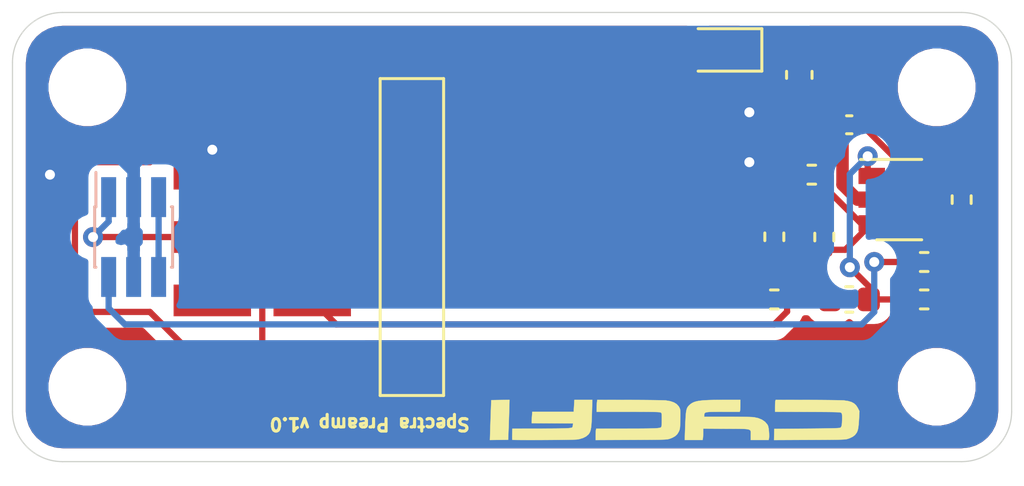
<source format=kicad_pcb>
(kicad_pcb (version 20171130) (host pcbnew "(5.1.10-1-10_14)")

  (general
    (thickness 1.6)
    (drawings 9)
    (tracks 104)
    (zones 0)
    (modules 19)
    (nets 13)
  )

  (page A4)
  (layers
    (0 F.Cu signal)
    (31 B.Cu signal)
    (32 B.Adhes user)
    (33 F.Adhes user)
    (34 B.Paste user)
    (35 F.Paste user)
    (36 B.SilkS user)
    (37 F.SilkS user)
    (38 B.Mask user)
    (39 F.Mask user)
    (40 Dwgs.User user)
    (41 Cmts.User user)
    (42 Eco1.User user)
    (43 Eco2.User user)
    (44 Edge.Cuts user)
    (45 Margin user)
    (46 B.CrtYd user)
    (47 F.CrtYd user)
    (48 B.Fab user)
    (49 F.Fab user)
  )

  (setup
    (last_trace_width 0.5)
    (user_trace_width 0.5)
    (trace_clearance 0.2)
    (zone_clearance 0.508)
    (zone_45_only no)
    (trace_min 0.2)
    (via_size 0.8)
    (via_drill 0.4)
    (via_min_size 0.4)
    (via_min_drill 0.3)
    (uvia_size 0.3)
    (uvia_drill 0.1)
    (uvias_allowed no)
    (uvia_min_size 0.2)
    (uvia_min_drill 0.1)
    (edge_width 0.05)
    (segment_width 0.2)
    (pcb_text_width 0.3)
    (pcb_text_size 1.5 1.5)
    (mod_edge_width 0.12)
    (mod_text_size 1 1)
    (mod_text_width 0.15)
    (pad_size 1.524 1.524)
    (pad_drill 0.762)
    (pad_to_mask_clearance 0)
    (aux_axis_origin 0 0)
    (visible_elements FFFFFF7F)
    (pcbplotparams
      (layerselection 0x010fc_ffffffff)
      (usegerberextensions false)
      (usegerberattributes true)
      (usegerberadvancedattributes true)
      (creategerberjobfile true)
      (excludeedgelayer true)
      (linewidth 0.100000)
      (plotframeref false)
      (viasonmask false)
      (mode 1)
      (useauxorigin false)
      (hpglpennumber 1)
      (hpglpenspeed 20)
      (hpglpendiameter 15.000000)
      (psnegative false)
      (psa4output false)
      (plotreference true)
      (plotvalue true)
      (plotinvisibletext false)
      (padsonsilk false)
      (subtractmaskfromsilk false)
      (outputformat 1)
      (mirror false)
      (drillshape 1)
      (scaleselection 1)
      (outputdirectory ""))
  )

  (net 0 "")
  (net 1 GND)
  (net 2 V+)
  (net 3 mix_shunt_1)
  (net 4 "Net-(C3-Pad2)")
  (net 5 "Net-(D1-Pad2)")
  (net 6 ext_coil_1)
  (net 7 ext_coil_2)
  (net 8 Out)
  (net 9 "Net-(J4-Pad3)")
  (net 10 "Net-(J4-Pad6)")
  (net 11 "Net-(R1-Pad1)")
  (net 12 "Net-(R2-Pad2)")

  (net_class Default "This is the default net class."
    (clearance 0.2)
    (trace_width 0.25)
    (via_dia 0.8)
    (via_drill 0.4)
    (uvia_dia 0.3)
    (uvia_drill 0.1)
    (add_net GND)
    (add_net "Net-(C3-Pad2)")
    (add_net "Net-(D1-Pad2)")
    (add_net "Net-(J4-Pad3)")
    (add_net "Net-(J4-Pad6)")
    (add_net "Net-(R1-Pad1)")
    (add_net "Net-(R2-Pad2)")
    (add_net Out)
    (add_net V+)
    (add_net ext_coil_1)
    (add_net ext_coil_2)
    (add_net mix_shunt_1)
  )

  (module cycfi_library:cycfi-logo-15mm (layer F.Cu) (tedit 0) (tstamp 60CCAAA3)
    (at 126.6 116.3 180)
    (fp_text reference G*** (at 0 0) (layer F.SilkS) hide
      (effects (font (size 1.524 1.524) (thickness 0.3)))
    )
    (fp_text value LOGO (at 0.75 0) (layer F.SilkS) hide
      (effects (font (size 1.524 1.524) (thickness 0.3)))
    )
    (fp_poly (pts (xy -3.899297 -0.386953) (xy -5.199062 -0.377031) (xy -5.474006 -0.374756) (xy -5.711556 -0.372387)
      (xy -5.914006 -0.369862) (xy -6.083651 -0.367124) (xy -6.222785 -0.364111) (xy -6.333702 -0.360765)
      (xy -6.418696 -0.357025) (xy -6.48006 -0.352832) (xy -6.52009 -0.348127) (xy -6.541078 -0.342848)
      (xy -6.542623 -0.342064) (xy -6.568902 -0.319795) (xy -6.587965 -0.283686) (xy -6.601 -0.227823)
      (xy -6.609196 -0.146292) (xy -6.61374 -0.033178) (xy -6.614715 0.016661) (xy -6.615141 0.111599)
      (xy -6.612047 0.175319) (xy -6.604283 0.216223) (xy -6.590698 0.24271) (xy -6.582463 0.252079)
      (xy -6.573561 0.259185) (xy -6.560089 0.265307) (xy -6.539159 0.270534) (xy -6.507887 0.274953)
      (xy -6.463387 0.278652) (xy -6.402774 0.281721) (xy -6.323162 0.284246) (xy -6.221664 0.286315)
      (xy -6.095397 0.288018) (xy -5.941473 0.289441) (xy -5.757007 0.290674) (xy -5.539114 0.291803)
      (xy -5.284908 0.292918) (xy -5.238049 0.293111) (xy -3.929062 0.298488) (xy -3.929333 0.491549)
      (xy -3.930653 0.580089) (xy -3.933967 0.657659) (xy -3.938693 0.712908) (xy -3.94157 0.729258)
      (xy -3.953535 0.773906) (xy -5.246025 0.771267) (xy -5.473906 0.770552) (xy -5.693844 0.769383)
      (xy -5.90199 0.767811) (xy -6.094496 0.765887) (xy -6.267515 0.763662) (xy -6.417198 0.761187)
      (xy -6.539697 0.758513) (xy -6.631164 0.755692) (xy -6.687752 0.752773) (xy -6.695978 0.752037)
      (xy -6.859542 0.726827) (xy -6.990379 0.687492) (xy -7.093859 0.631035) (xy -7.175349 0.554459)
      (xy -7.240219 0.454768) (xy -7.244869 0.445669) (xy -7.307959 0.320117) (xy -7.295069 0.075723)
      (xy -7.285359 -0.089315) (xy -7.275019 -0.220374) (xy -7.263136 -0.323162) (xy -7.248793 -0.403388)
      (xy -7.231075 -0.46676) (xy -7.209066 -0.518985) (xy -7.195776 -0.543369) (xy -7.130345 -0.629968)
      (xy -7.042823 -0.699435) (xy -6.926072 -0.756868) (xy -6.865937 -0.778851) (xy -6.84059 -0.787177)
      (xy -6.815353 -0.794385) (xy -6.787271 -0.80057) (xy -6.753391 -0.805828) (xy -6.710759 -0.810254)
      (xy -6.656422 -0.813944) (xy -6.587424 -0.816993) (xy -6.500813 -0.819497) (xy -6.393634 -0.82155)
      (xy -6.262933 -0.823248) (xy -6.105757 -0.824687) (xy -5.919151 -0.825962) (xy -5.700162 -0.827168)
      (xy -5.445836 -0.828401) (xy -5.312504 -0.829021) (xy -3.888055 -0.835603) (xy -3.899297 -0.386953)) (layer F.SilkS) (width 0.01))
    (fp_poly (pts (xy -2.956719 -0.647997) (xy -2.957738 -0.58909) (xy -2.958659 -0.539739) (xy -2.956279 -0.499084)
      (xy -2.947393 -0.466267) (xy -2.928797 -0.44043) (xy -2.897288 -0.420712) (xy -2.849661 -0.406254)
      (xy -2.782713 -0.396199) (xy -2.69324 -0.389686) (xy -2.578037 -0.385856) (xy -2.433901 -0.383851)
      (xy -2.257629 -0.382812) (xy -2.046015 -0.381879) (xy -1.962464 -0.381415) (xy -1.051719 -0.375878)
      (xy -1.051719 -0.542646) (xy -1.05024 -0.628784) (xy -1.046319 -0.707089) (xy -1.040733 -0.763256)
      (xy -1.039316 -0.771426) (xy -1.026914 -0.833437) (xy -0.3175 -0.833437) (xy -0.318076 -0.729258)
      (xy -0.31904 -0.679008) (xy -0.321419 -0.596452) (xy -0.324964 -0.488937) (xy -0.32943 -0.363811)
      (xy -0.334569 -0.22842) (xy -0.336932 -0.168672) (xy -0.344767 0.007063) (xy -0.353438 0.148228)
      (xy -0.364092 0.259938) (xy -0.377878 0.347308) (xy -0.395943 0.415455) (xy -0.419434 0.469494)
      (xy -0.449499 0.514542) (xy -0.487286 0.555713) (xy -0.502691 0.570285) (xy -0.556496 0.615065)
      (xy -0.61531 0.652978) (xy -0.682722 0.684562) (xy -0.762324 0.710353) (xy -0.857707 0.730889)
      (xy -0.97246 0.746707) (xy -1.110175 0.758342) (xy -1.274444 0.766333) (xy -1.468855 0.771216)
      (xy -1.697001 0.773528) (xy -1.86453 0.773906) (xy -2.54 0.773906) (xy -2.539729 0.58043)
      (xy -2.538413 0.491804) (xy -2.535105 0.414152) (xy -2.530387 0.358804) (xy -2.527493 0.342305)
      (xy -2.515527 0.297656) (xy -1.858037 0.297364) (xy -1.665543 0.297124) (xy -1.508964 0.296186)
      (xy -1.38453 0.293933) (xy -1.288468 0.289753) (xy -1.217007 0.283032) (xy -1.166375 0.273155)
      (xy -1.132802 0.259508) (xy -1.112514 0.241479) (xy -1.101741 0.218451) (xy -1.096711 0.189813)
      (xy -1.095169 0.173177) (xy -1.089011 0.099219) (xy -2.011507 0.099219) (xy -2.224992 0.098748)
      (xy -2.424635 0.097388) (xy -2.606374 0.095217) (xy -2.766152 0.092316) (xy -2.899907 0.088763)
      (xy -3.003582 0.084637) (xy -3.073115 0.080017) (xy -3.089228 0.078219) (xy -3.259652 0.040939)
      (xy -3.406875 -0.020472) (xy -3.527112 -0.103736) (xy -3.616575 -0.206575) (xy -3.644441 -0.255834)
      (xy -3.660443 -0.308571) (xy -3.674065 -0.38923) (xy -3.684451 -0.486075) (xy -3.690747 -0.587371)
      (xy -3.692098 -0.68138) (xy -3.687648 -0.756367) (xy -3.682875 -0.783483) (xy -3.670338 -0.833437)
      (xy -2.956719 -0.833437) (xy -2.956719 -0.647997)) (layer F.SilkS) (width 0.01))
    (fp_poly (pts (xy 3.254375 -0.668218) (xy 3.252899 -0.582003) (xy 3.248988 -0.503629) (xy 3.243413 -0.447371)
      (xy 3.241973 -0.439043) (xy 3.22957 -0.377031) (xy 2.016621 -0.376558) (xy 1.75028 -0.376283)
      (xy 1.520793 -0.375601) (xy 1.325327 -0.374393) (xy 1.161052 -0.372541) (xy 1.025134 -0.369924)
      (xy 0.914742 -0.366423) (xy 0.827043 -0.36192) (xy 0.759204 -0.356295) (xy 0.708395 -0.349429)
      (xy 0.671781 -0.341203) (xy 0.646532 -0.331498) (xy 0.629815 -0.320193) (xy 0.627613 -0.318099)
      (xy 0.617342 -0.286989) (xy 0.6101 -0.218599) (xy 0.606061 -0.11523) (xy 0.605234 -0.02452)
      (xy 0.605449 0.083883) (xy 0.606848 0.159378) (xy 0.610567 0.208743) (xy 0.617739 0.238757)
      (xy 0.629501 0.256199) (xy 0.646985 0.267847) (xy 0.654844 0.271899) (xy 0.674009 0.277277)
      (xy 0.71039 0.281897) (xy 0.766441 0.285808) (xy 0.844618 0.289057) (xy 0.947375 0.291694)
      (xy 1.077167 0.293764) (xy 1.236448 0.295317) (xy 1.427674 0.2964) (xy 1.653299 0.297062)
      (xy 1.915778 0.29735) (xy 1.95957 0.297364) (xy 3.214688 0.297656) (xy 3.214515 0.431602)
      (xy 3.212392 0.521389) (xy 3.207089 0.61367) (xy 3.201829 0.669727) (xy 3.189316 0.773906)
      (xy 1.887353 0.771332) (xy 1.658983 0.770624) (xy 1.438818 0.769447) (xy 1.230654 0.767855)
      (xy 1.038289 0.765899) (xy 0.865519 0.76363) (xy 0.716141 0.7611) (xy 0.593954 0.758361)
      (xy 0.502753 0.755465) (xy 0.446335 0.752463) (xy 0.436985 0.751575) (xy 0.260467 0.720331)
      (xy 0.117926 0.670915) (xy 0.007588 0.602383) (xy -0.072323 0.513794) (xy -0.098914 0.466958)
      (xy -0.114402 0.432968) (xy -0.125647 0.400064) (xy -0.133154 0.361656) (xy -0.137435 0.311152)
      (xy -0.138996 0.241962) (xy -0.138347 0.147495) (xy -0.135996 0.021161) (xy -0.135418 -0.006114)
      (xy -0.132285 -0.139632) (xy -0.128833 -0.240394) (xy -0.12422 -0.31533) (xy -0.1176 -0.371368)
      (xy -0.10813 -0.415437) (xy -0.094965 -0.454466) (xy -0.077262 -0.495382) (xy -0.075286 -0.499679)
      (xy -0.014643 -0.598975) (xy 0.068976 -0.678188) (xy 0.181572 -0.742084) (xy 0.276123 -0.778668)
      (xy 0.301728 -0.787077) (xy 0.327046 -0.794356) (xy 0.355034 -0.800599) (xy 0.38865 -0.805904)
      (xy 0.43085 -0.810365) (xy 0.484592 -0.81408) (xy 0.552832 -0.817142) (xy 0.638527 -0.819649)
      (xy 0.744634 -0.821695) (xy 0.874111 -0.823378) (xy 1.029914 -0.824792) (xy 1.215 -0.826034)
      (xy 1.432327 -0.827199) (xy 1.68485 -0.828383) (xy 1.830586 -0.829036) (xy 3.254375 -0.83538)
      (xy 3.254375 -0.668218)) (layer F.SilkS) (width 0.01))
    (fp_poly (pts (xy 5.988229 -0.834816) (xy 6.149637 -0.834371) (xy 6.291955 -0.83351) (xy 6.411136 -0.832215)
      (xy 6.503131 -0.830463) (xy 6.56389 -0.828235) (xy 6.589365 -0.82551) (xy 6.589779 -0.825249)
      (xy 6.592575 -0.803308) (xy 6.593835 -0.750078) (xy 6.593483 -0.673928) (xy 6.591848 -0.597046)
      (xy 6.585649 -0.377031) (xy 5.49052 -0.375848) (xy 5.229234 -0.375348) (xy 5.004862 -0.37438)
      (xy 4.814633 -0.372839) (xy 4.655774 -0.370617) (xy 4.525514 -0.367607) (xy 4.421081 -0.363702)
      (xy 4.339703 -0.358794) (xy 4.278609 -0.352776) (xy 4.235027 -0.345541) (xy 4.206185 -0.336982)
      (xy 4.189311 -0.326991) (xy 4.187733 -0.32546) (xy 4.174327 -0.294908) (xy 4.164535 -0.244185)
      (xy 4.163899 -0.238125) (xy 4.157266 -0.168672) (xy 4.985742 -0.163493) (xy 5.814219 -0.158315)
      (xy 5.8141 -0.09404) (xy 5.812494 -0.043514) (xy 5.808351 0.031865) (xy 5.8025 0.117406)
      (xy 5.801237 0.133945) (xy 5.788493 0.297656) (xy 4.131886 0.297656) (xy 4.117578 0.535781)
      (xy 4.103271 0.773906) (xy 3.387654 0.773906) (xy 3.401756 0.253008) (xy 3.407957 0.056234)
      (xy 3.415363 -0.105383) (xy 3.424709 -0.23637) (xy 3.436731 -0.341253) (xy 3.452165 -0.424561)
      (xy 3.471746 -0.490821) (xy 3.496211 -0.544559) (xy 3.526293 -0.590303) (xy 3.541913 -0.609549)
      (xy 3.631888 -0.687259) (xy 3.753467 -0.750049) (xy 3.900476 -0.795159) (xy 3.994991 -0.812138)
      (xy 4.036122 -0.815228) (xy 4.110798 -0.818168) (xy 4.21497 -0.820939) (xy 4.344589 -0.82352)
      (xy 4.495606 -0.82589) (xy 4.663972 -0.828029) (xy 4.845639 -0.829917) (xy 5.036558 -0.831532)
      (xy 5.232681 -0.832856) (xy 5.429958 -0.833866) (xy 5.624341 -0.834543) (xy 5.811781 -0.834866)
      (xy 5.988229 -0.834816)) (layer F.SilkS) (width 0.01))
    (fp_poly (pts (xy 7.471225 -0.352684) (xy 7.466241 -0.194173) (xy 7.460755 -0.026692) (xy 7.455154 0.13842)
      (xy 7.449823 0.289823) (xy 7.445151 0.416179) (xy 7.443975 0.446484) (xy 7.431484 0.763984)
      (xy 6.701954 0.774822) (xy 6.71704 0.273309) (xy 6.721963 0.114541) (xy 6.727347 -0.050789)
      (xy 6.732836 -0.212277) (xy 6.738072 -0.359518) (xy 6.742698 -0.482105) (xy 6.744462 -0.525859)
      (xy 6.756797 -0.823516) (xy 7.12139 -0.828934) (xy 7.485984 -0.834351) (xy 7.471225 -0.352684)) (layer F.SilkS) (width 0.01))
  )

  (module Capacitor_SMD:C_0603_1608Metric (layer F.Cu) (tedit 5F68FEEE) (tstamp 60CC4F7A)
    (at 131.5 102.5 270)
    (descr "Capacitor SMD 0603 (1608 Metric), square (rectangular) end terminal, IPC_7351 nominal, (Body size source: IPC-SM-782 page 76, https://www.pcb-3d.com/wordpress/wp-content/uploads/ipc-sm-782a_amendment_1_and_2.pdf), generated with kicad-footprint-generator")
    (tags capacitor)
    (path /60CCA260)
    (attr smd)
    (fp_text reference C1 (at 0 -1.43 90) (layer F.SilkS) hide
      (effects (font (size 1 1) (thickness 0.15)))
    )
    (fp_text value 4.5uF (at 0 1.43 90) (layer F.Fab) hide
      (effects (font (size 1 1) (thickness 0.15)))
    )
    (fp_line (start -0.8 0.4) (end -0.8 -0.4) (layer F.Fab) (width 0.1))
    (fp_line (start -0.8 -0.4) (end 0.8 -0.4) (layer F.Fab) (width 0.1))
    (fp_line (start 0.8 -0.4) (end 0.8 0.4) (layer F.Fab) (width 0.1))
    (fp_line (start 0.8 0.4) (end -0.8 0.4) (layer F.Fab) (width 0.1))
    (fp_line (start -0.14058 -0.51) (end 0.14058 -0.51) (layer F.SilkS) (width 0.12))
    (fp_line (start -0.14058 0.51) (end 0.14058 0.51) (layer F.SilkS) (width 0.12))
    (fp_line (start -1.48 0.73) (end -1.48 -0.73) (layer F.CrtYd) (width 0.05))
    (fp_line (start -1.48 -0.73) (end 1.48 -0.73) (layer F.CrtYd) (width 0.05))
    (fp_line (start 1.48 -0.73) (end 1.48 0.73) (layer F.CrtYd) (width 0.05))
    (fp_line (start 1.48 0.73) (end -1.48 0.73) (layer F.CrtYd) (width 0.05))
    (fp_text user %R (at 0 0 90) (layer F.Fab)
      (effects (font (size 0.4 0.4) (thickness 0.06)))
    )
    (pad 2 smd roundrect (at 0.775 0 270) (size 0.9 0.95) (layers F.Cu F.Paste F.Mask) (roundrect_rratio 0.25)
      (net 1 GND))
    (pad 1 smd roundrect (at -0.775 0 270) (size 0.9 0.95) (layers F.Cu F.Paste F.Mask) (roundrect_rratio 0.25)
      (net 2 V+))
    (model ${KISYS3DMOD}/Capacitor_SMD.3dshapes/C_0603_1608Metric.wrl
      (at (xyz 0 0 0))
      (scale (xyz 1 1 1))
      (rotate (xyz 0 0 0))
    )
  )

  (module Capacitor_SMD:C_0402_1005Metric (layer F.Cu) (tedit 5F68FEEE) (tstamp 60CC4F8B)
    (at 133.5 104.5 180)
    (descr "Capacitor SMD 0402 (1005 Metric), square (rectangular) end terminal, IPC_7351 nominal, (Body size source: IPC-SM-782 page 76, https://www.pcb-3d.com/wordpress/wp-content/uploads/ipc-sm-782a_amendment_1_and_2.pdf), generated with kicad-footprint-generator")
    (tags capacitor)
    (path /60CCB141)
    (attr smd)
    (fp_text reference C2 (at 0 -1.16) (layer F.SilkS) hide
      (effects (font (size 1 1) (thickness 0.15)))
    )
    (fp_text value 0.1uF (at 0 1.16) (layer F.Fab) hide
      (effects (font (size 1 1) (thickness 0.15)))
    )
    (fp_line (start 0.91 0.46) (end -0.91 0.46) (layer F.CrtYd) (width 0.05))
    (fp_line (start 0.91 -0.46) (end 0.91 0.46) (layer F.CrtYd) (width 0.05))
    (fp_line (start -0.91 -0.46) (end 0.91 -0.46) (layer F.CrtYd) (width 0.05))
    (fp_line (start -0.91 0.46) (end -0.91 -0.46) (layer F.CrtYd) (width 0.05))
    (fp_line (start -0.107836 0.36) (end 0.107836 0.36) (layer F.SilkS) (width 0.12))
    (fp_line (start -0.107836 -0.36) (end 0.107836 -0.36) (layer F.SilkS) (width 0.12))
    (fp_line (start 0.5 0.25) (end -0.5 0.25) (layer F.Fab) (width 0.1))
    (fp_line (start 0.5 -0.25) (end 0.5 0.25) (layer F.Fab) (width 0.1))
    (fp_line (start -0.5 -0.25) (end 0.5 -0.25) (layer F.Fab) (width 0.1))
    (fp_line (start -0.5 0.25) (end -0.5 -0.25) (layer F.Fab) (width 0.1))
    (fp_text user %R (at 0 0) (layer F.Fab)
      (effects (font (size 0.25 0.25) (thickness 0.04)))
    )
    (pad 1 smd roundrect (at -0.48 0 180) (size 0.56 0.62) (layers F.Cu F.Paste F.Mask) (roundrect_rratio 0.25)
      (net 2 V+))
    (pad 2 smd roundrect (at 0.48 0 180) (size 0.56 0.62) (layers F.Cu F.Paste F.Mask) (roundrect_rratio 0.25)
      (net 1 GND))
    (model ${KISYS3DMOD}/Capacitor_SMD.3dshapes/C_0402_1005Metric.wrl
      (at (xyz 0 0 0))
      (scale (xyz 1 1 1))
      (rotate (xyz 0 0 0))
    )
  )

  (module Capacitor_SMD:C_0603_1608Metric (layer F.Cu) (tedit 5F68FEEE) (tstamp 60CC9739)
    (at 133.5 111.5)
    (descr "Capacitor SMD 0603 (1608 Metric), square (rectangular) end terminal, IPC_7351 nominal, (Body size source: IPC-SM-782 page 76, https://www.pcb-3d.com/wordpress/wp-content/uploads/ipc-sm-782a_amendment_1_and_2.pdf), generated with kicad-footprint-generator")
    (tags capacitor)
    (path /60CE04CF)
    (attr smd)
    (fp_text reference C3 (at 0 -1.43) (layer F.SilkS) hide
      (effects (font (size 1 1) (thickness 0.15)))
    )
    (fp_text value 10uF (at 0 1.43) (layer F.Fab) hide
      (effects (font (size 1 1) (thickness 0.15)))
    )
    (fp_line (start 1.48 0.73) (end -1.48 0.73) (layer F.CrtYd) (width 0.05))
    (fp_line (start 1.48 -0.73) (end 1.48 0.73) (layer F.CrtYd) (width 0.05))
    (fp_line (start -1.48 -0.73) (end 1.48 -0.73) (layer F.CrtYd) (width 0.05))
    (fp_line (start -1.48 0.73) (end -1.48 -0.73) (layer F.CrtYd) (width 0.05))
    (fp_line (start -0.14058 0.51) (end 0.14058 0.51) (layer F.SilkS) (width 0.12))
    (fp_line (start -0.14058 -0.51) (end 0.14058 -0.51) (layer F.SilkS) (width 0.12))
    (fp_line (start 0.8 0.4) (end -0.8 0.4) (layer F.Fab) (width 0.1))
    (fp_line (start 0.8 -0.4) (end 0.8 0.4) (layer F.Fab) (width 0.1))
    (fp_line (start -0.8 -0.4) (end 0.8 -0.4) (layer F.Fab) (width 0.1))
    (fp_line (start -0.8 0.4) (end -0.8 -0.4) (layer F.Fab) (width 0.1))
    (fp_text user %R (at 0 0) (layer F.Fab)
      (effects (font (size 0.4 0.4) (thickness 0.06)))
    )
    (pad 1 smd roundrect (at -0.775 0) (size 0.9 0.95) (layers F.Cu F.Paste F.Mask) (roundrect_rratio 0.25)
      (net 3 mix_shunt_1))
    (pad 2 smd roundrect (at 0.775 0) (size 0.9 0.95) (layers F.Cu F.Paste F.Mask) (roundrect_rratio 0.25)
      (net 4 "Net-(C3-Pad2)"))
    (model ${KISYS3DMOD}/Capacitor_SMD.3dshapes/C_0603_1608Metric.wrl
      (at (xyz 0 0 0))
      (scale (xyz 1 1 1))
      (rotate (xyz 0 0 0))
    )
  )

  (module Diode_SMD:D_SOD-323 (layer F.Cu) (tedit 58641739) (tstamp 60CC4FB4)
    (at 128.5 101.5 180)
    (descr SOD-323)
    (tags SOD-323)
    (path /60CC8B99)
    (attr smd)
    (fp_text reference D1 (at 0 -1.85) (layer F.SilkS) hide
      (effects (font (size 1 1) (thickness 0.15)))
    )
    (fp_text value CUS551V30,H3F (at 0.1 1.9) (layer F.Fab) hide
      (effects (font (size 1 1) (thickness 0.15)))
    )
    (fp_line (start -1.5 -0.85) (end 1.05 -0.85) (layer F.SilkS) (width 0.12))
    (fp_line (start -1.5 0.85) (end 1.05 0.85) (layer F.SilkS) (width 0.12))
    (fp_line (start -1.6 -0.95) (end -1.6 0.95) (layer F.CrtYd) (width 0.05))
    (fp_line (start -1.6 0.95) (end 1.6 0.95) (layer F.CrtYd) (width 0.05))
    (fp_line (start 1.6 -0.95) (end 1.6 0.95) (layer F.CrtYd) (width 0.05))
    (fp_line (start -1.6 -0.95) (end 1.6 -0.95) (layer F.CrtYd) (width 0.05))
    (fp_line (start -0.9 -0.7) (end 0.9 -0.7) (layer F.Fab) (width 0.1))
    (fp_line (start 0.9 -0.7) (end 0.9 0.7) (layer F.Fab) (width 0.1))
    (fp_line (start 0.9 0.7) (end -0.9 0.7) (layer F.Fab) (width 0.1))
    (fp_line (start -0.9 0.7) (end -0.9 -0.7) (layer F.Fab) (width 0.1))
    (fp_line (start -0.3 -0.35) (end -0.3 0.35) (layer F.Fab) (width 0.1))
    (fp_line (start -0.3 0) (end -0.5 0) (layer F.Fab) (width 0.1))
    (fp_line (start -0.3 0) (end 0.2 -0.35) (layer F.Fab) (width 0.1))
    (fp_line (start 0.2 -0.35) (end 0.2 0.35) (layer F.Fab) (width 0.1))
    (fp_line (start 0.2 0.35) (end -0.3 0) (layer F.Fab) (width 0.1))
    (fp_line (start 0.2 0) (end 0.45 0) (layer F.Fab) (width 0.1))
    (fp_line (start -1.5 -0.85) (end -1.5 0.85) (layer F.SilkS) (width 0.12))
    (fp_text user %R (at 0 -1.85) (layer F.Fab) hide
      (effects (font (size 1 1) (thickness 0.15)))
    )
    (pad 1 smd rect (at -1.05 0 180) (size 0.6 0.45) (layers F.Cu F.Paste F.Mask)
      (net 2 V+))
    (pad 2 smd rect (at 1.05 0 180) (size 0.6 0.45) (layers F.Cu F.Paste F.Mask)
      (net 5 "Net-(D1-Pad2)"))
    (model ${KISYS3DMOD}/Diode_SMD.3dshapes/D_SOD-323.wrl
      (at (xyz 0 0 0))
      (scale (xyz 1 1 1))
      (rotate (xyz 0 0 0))
    )
  )

  (module cycfi_library:pin_header_2x5p_2.54mm_smd_horizontal (layer F.Cu) (tedit 60CBD75F) (tstamp 60CC5598)
    (at 110 109)
    (path /60CB8C21)
    (fp_text reference J1 (at 10 1) (layer F.SilkS) hide
      (effects (font (size 1 1) (thickness 0.15)))
    )
    (fp_text value I/O (at 10 -1) (layer F.Fab) hide
      (effects (font (size 1 1) (thickness 0.15)))
    )
    (fp_line (start -3.18 6.35) (end -3.18 -6.35) (layer F.Fab) (width 0.12))
    (fp_line (start 12.72 6.35) (end -3.18 6.35) (layer F.Fab) (width 0.12))
    (fp_line (start 12.72 -6.35) (end 12.72 6.35) (layer F.Fab) (width 0.12))
    (fp_line (start -3.18 -6.35) (end 12.72 -6.35) (layer F.Fab) (width 0.12))
    (fp_line (start 7.26 6.35) (end 4.72 6.35) (layer F.SilkS) (width 0.12))
    (fp_line (start 7.26 -6.35) (end 7.26 6.35) (layer F.SilkS) (width 0.12))
    (fp_line (start 4.72 -6.35) (end 7.26 -6.35) (layer F.SilkS) (width 0.12))
    (fp_line (start 4.72 -6.35) (end 4.72 6.35) (layer F.SilkS) (width 0.12))
    (pad 1 smd rect (at -2 -5.08) (size 3.1 1.27) (layers F.Cu F.Paste F.Mask)
      (net 6 ext_coil_1))
    (pad 2 smd rect (at -2 -2.54) (size 3.1 1.27) (layers F.Cu F.Paste F.Mask)
      (net 1 GND))
    (pad 3 smd rect (at -2 0) (size 3.1 1.27) (layers F.Cu F.Paste F.Mask)
      (net 7 ext_coil_2))
    (pad 4 smd rect (at -2 2.54) (size 3.1 1.27) (layers F.Cu F.Paste F.Mask)
      (net 7 ext_coil_2))
    (pad 5 smd rect (at -2 5.08) (size 3.1 1.27) (layers F.Cu F.Paste F.Mask)
      (net 6 ext_coil_1))
    (pad 6 smd rect (at 2 5.08) (size 3.1 1.27) (layers F.Cu F.Paste F.Mask)
      (net 8 Out))
    (pad 7 smd rect (at 2 2.54) (size 3.1 1.27) (layers F.Cu F.Paste F.Mask)
      (net 3 mix_shunt_1))
    (pad 8 smd rect (at 2 0) (size 3.1 1.27) (layers F.Cu F.Paste F.Mask)
      (net 8 Out))
    (pad 9 smd rect (at 2 -2.54) (size 3.1 1.27) (layers F.Cu F.Paste F.Mask)
      (net 1 GND))
    (pad 10 smd rect (at 2 -5.08) (size 3.1 1.27) (layers F.Cu F.Paste F.Mask)
      (net 5 "Net-(D1-Pad2)"))
  )

  (module Resistor_SMD:R_0402_1005Metric (layer F.Cu) (tedit 5F68FEEE) (tstamp 60CC5008)
    (at 132 106.5 180)
    (descr "Resistor SMD 0402 (1005 Metric), square (rectangular) end terminal, IPC_7351 nominal, (Body size source: IPC-SM-782 page 72, https://www.pcb-3d.com/wordpress/wp-content/uploads/ipc-sm-782a_amendment_1_and_2.pdf), generated with kicad-footprint-generator")
    (tags resistor)
    (path /60CA74D0)
    (attr smd)
    (fp_text reference R1 (at 0 -1.17) (layer F.SilkS) hide
      (effects (font (size 1 1) (thickness 0.15)))
    )
    (fp_text value 39k (at 0 1.17) (layer F.Fab) hide
      (effects (font (size 1 1) (thickness 0.15)))
    )
    (fp_line (start 0.93 0.47) (end -0.93 0.47) (layer F.CrtYd) (width 0.05))
    (fp_line (start 0.93 -0.47) (end 0.93 0.47) (layer F.CrtYd) (width 0.05))
    (fp_line (start -0.93 -0.47) (end 0.93 -0.47) (layer F.CrtYd) (width 0.05))
    (fp_line (start -0.93 0.47) (end -0.93 -0.47) (layer F.CrtYd) (width 0.05))
    (fp_line (start -0.153641 0.38) (end 0.153641 0.38) (layer F.SilkS) (width 0.12))
    (fp_line (start -0.153641 -0.38) (end 0.153641 -0.38) (layer F.SilkS) (width 0.12))
    (fp_line (start 0.525 0.27) (end -0.525 0.27) (layer F.Fab) (width 0.1))
    (fp_line (start 0.525 -0.27) (end 0.525 0.27) (layer F.Fab) (width 0.1))
    (fp_line (start -0.525 -0.27) (end 0.525 -0.27) (layer F.Fab) (width 0.1))
    (fp_line (start -0.525 0.27) (end -0.525 -0.27) (layer F.Fab) (width 0.1))
    (fp_text user %R (at 0 0) (layer F.Fab)
      (effects (font (size 0.26 0.26) (thickness 0.04)))
    )
    (pad 1 smd roundrect (at -0.51 0 180) (size 0.54 0.64) (layers F.Cu F.Paste F.Mask) (roundrect_rratio 0.25)
      (net 11 "Net-(R1-Pad1)"))
    (pad 2 smd roundrect (at 0.51 0 180) (size 0.54 0.64) (layers F.Cu F.Paste F.Mask) (roundrect_rratio 0.25)
      (net 6 ext_coil_1))
    (model ${KISYS3DMOD}/Resistor_SMD.3dshapes/R_0402_1005Metric.wrl
      (at (xyz 0 0 0))
      (scale (xyz 1 1 1))
      (rotate (xyz 0 0 0))
    )
  )

  (module Resistor_SMD:R_0402_1005Metric (layer F.Cu) (tedit 5F68FEEE) (tstamp 60CC9799)
    (at 136.5 110)
    (descr "Resistor SMD 0402 (1005 Metric), square (rectangular) end terminal, IPC_7351 nominal, (Body size source: IPC-SM-782 page 72, https://www.pcb-3d.com/wordpress/wp-content/uploads/ipc-sm-782a_amendment_1_and_2.pdf), generated with kicad-footprint-generator")
    (tags resistor)
    (path /60CA8735)
    (attr smd)
    (fp_text reference R2 (at 0 -1.17) (layer F.SilkS) hide
      (effects (font (size 1 1) (thickness 0.15)))
    )
    (fp_text value 39k (at 0 1.17) (layer F.Fab) hide
      (effects (font (size 1 1) (thickness 0.15)))
    )
    (fp_line (start -0.525 0.27) (end -0.525 -0.27) (layer F.Fab) (width 0.1))
    (fp_line (start -0.525 -0.27) (end 0.525 -0.27) (layer F.Fab) (width 0.1))
    (fp_line (start 0.525 -0.27) (end 0.525 0.27) (layer F.Fab) (width 0.1))
    (fp_line (start 0.525 0.27) (end -0.525 0.27) (layer F.Fab) (width 0.1))
    (fp_line (start -0.153641 -0.38) (end 0.153641 -0.38) (layer F.SilkS) (width 0.12))
    (fp_line (start -0.153641 0.38) (end 0.153641 0.38) (layer F.SilkS) (width 0.12))
    (fp_line (start -0.93 0.47) (end -0.93 -0.47) (layer F.CrtYd) (width 0.05))
    (fp_line (start -0.93 -0.47) (end 0.93 -0.47) (layer F.CrtYd) (width 0.05))
    (fp_line (start 0.93 -0.47) (end 0.93 0.47) (layer F.CrtYd) (width 0.05))
    (fp_line (start 0.93 0.47) (end -0.93 0.47) (layer F.CrtYd) (width 0.05))
    (fp_text user %R (at 0 0) (layer F.Fab)
      (effects (font (size 0.26 0.26) (thickness 0.04)))
    )
    (pad 2 smd roundrect (at 0.51 0) (size 0.54 0.64) (layers F.Cu F.Paste F.Mask) (roundrect_rratio 0.25)
      (net 12 "Net-(R2-Pad2)"))
    (pad 1 smd roundrect (at -0.51 0) (size 0.54 0.64) (layers F.Cu F.Paste F.Mask) (roundrect_rratio 0.25)
      (net 10 "Net-(J4-Pad6)"))
    (model ${KISYS3DMOD}/Resistor_SMD.3dshapes/R_0402_1005Metric.wrl
      (at (xyz 0 0 0))
      (scale (xyz 1 1 1))
      (rotate (xyz 0 0 0))
    )
  )

  (module Resistor_SMD:R_0402_1005Metric (layer F.Cu) (tedit 5F68FEEE) (tstamp 60CCA34D)
    (at 138 107.5 270)
    (descr "Resistor SMD 0402 (1005 Metric), square (rectangular) end terminal, IPC_7351 nominal, (Body size source: IPC-SM-782 page 72, https://www.pcb-3d.com/wordpress/wp-content/uploads/ipc-sm-782a_amendment_1_and_2.pdf), generated with kicad-footprint-generator")
    (tags resistor)
    (path /60CA90D5)
    (attr smd)
    (fp_text reference R3 (at 0 -1.17 90) (layer F.SilkS) hide
      (effects (font (size 1 1) (thickness 0.15)))
    )
    (fp_text value 300k (at 0 1.17 90) (layer F.Fab) hide
      (effects (font (size 1 1) (thickness 0.15)))
    )
    (fp_line (start -0.525 0.27) (end -0.525 -0.27) (layer F.Fab) (width 0.1))
    (fp_line (start -0.525 -0.27) (end 0.525 -0.27) (layer F.Fab) (width 0.1))
    (fp_line (start 0.525 -0.27) (end 0.525 0.27) (layer F.Fab) (width 0.1))
    (fp_line (start 0.525 0.27) (end -0.525 0.27) (layer F.Fab) (width 0.1))
    (fp_line (start -0.153641 -0.38) (end 0.153641 -0.38) (layer F.SilkS) (width 0.12))
    (fp_line (start -0.153641 0.38) (end 0.153641 0.38) (layer F.SilkS) (width 0.12))
    (fp_line (start -0.93 0.47) (end -0.93 -0.47) (layer F.CrtYd) (width 0.05))
    (fp_line (start -0.93 -0.47) (end 0.93 -0.47) (layer F.CrtYd) (width 0.05))
    (fp_line (start 0.93 -0.47) (end 0.93 0.47) (layer F.CrtYd) (width 0.05))
    (fp_line (start 0.93 0.47) (end -0.93 0.47) (layer F.CrtYd) (width 0.05))
    (fp_text user %R (at 0 0 90) (layer F.Fab)
      (effects (font (size 0.26 0.26) (thickness 0.04)))
    )
    (pad 2 smd roundrect (at 0.51 0 270) (size 0.54 0.64) (layers F.Cu F.Paste F.Mask) (roundrect_rratio 0.25)
      (net 11 "Net-(R1-Pad1)"))
    (pad 1 smd roundrect (at -0.51 0 270) (size 0.54 0.64) (layers F.Cu F.Paste F.Mask) (roundrect_rratio 0.25)
      (net 2 V+))
    (model ${KISYS3DMOD}/Resistor_SMD.3dshapes/R_0402_1005Metric.wrl
      (at (xyz 0 0 0))
      (scale (xyz 1 1 1))
      (rotate (xyz 0 0 0))
    )
  )

  (module Resistor_SMD:R_0402_1005Metric (layer F.Cu) (tedit 5F68FEEE) (tstamp 60CC97F9)
    (at 132.5 109 90)
    (descr "Resistor SMD 0402 (1005 Metric), square (rectangular) end terminal, IPC_7351 nominal, (Body size source: IPC-SM-782 page 72, https://www.pcb-3d.com/wordpress/wp-content/uploads/ipc-sm-782a_amendment_1_and_2.pdf), generated with kicad-footprint-generator")
    (tags resistor)
    (path /60CAA1E5)
    (attr smd)
    (fp_text reference R4 (at 0 -1.17 90) (layer F.SilkS) hide
      (effects (font (size 1 1) (thickness 0.15)))
    )
    (fp_text value 300k (at 0 1.17 90) (layer F.Fab) hide
      (effects (font (size 1 1) (thickness 0.15)))
    )
    (fp_line (start 0.93 0.47) (end -0.93 0.47) (layer F.CrtYd) (width 0.05))
    (fp_line (start 0.93 -0.47) (end 0.93 0.47) (layer F.CrtYd) (width 0.05))
    (fp_line (start -0.93 -0.47) (end 0.93 -0.47) (layer F.CrtYd) (width 0.05))
    (fp_line (start -0.93 0.47) (end -0.93 -0.47) (layer F.CrtYd) (width 0.05))
    (fp_line (start -0.153641 0.38) (end 0.153641 0.38) (layer F.SilkS) (width 0.12))
    (fp_line (start -0.153641 -0.38) (end 0.153641 -0.38) (layer F.SilkS) (width 0.12))
    (fp_line (start 0.525 0.27) (end -0.525 0.27) (layer F.Fab) (width 0.1))
    (fp_line (start 0.525 -0.27) (end 0.525 0.27) (layer F.Fab) (width 0.1))
    (fp_line (start -0.525 -0.27) (end 0.525 -0.27) (layer F.Fab) (width 0.1))
    (fp_line (start -0.525 0.27) (end -0.525 -0.27) (layer F.Fab) (width 0.1))
    (fp_text user %R (at 0 0 90) (layer F.Fab)
      (effects (font (size 0.26 0.26) (thickness 0.04)))
    )
    (pad 1 smd roundrect (at -0.51 0 90) (size 0.54 0.64) (layers F.Cu F.Paste F.Mask) (roundrect_rratio 0.25)
      (net 11 "Net-(R1-Pad1)"))
    (pad 2 smd roundrect (at 0.51 0 90) (size 0.54 0.64) (layers F.Cu F.Paste F.Mask) (roundrect_rratio 0.25)
      (net 1 GND))
    (model ${KISYS3DMOD}/Resistor_SMD.3dshapes/R_0402_1005Metric.wrl
      (at (xyz 0 0 0))
      (scale (xyz 1 1 1))
      (rotate (xyz 0 0 0))
    )
  )

  (module Resistor_SMD:R_0402_1005Metric (layer F.Cu) (tedit 5F68FEEE) (tstamp 60CC97C9)
    (at 136.5 111.5 180)
    (descr "Resistor SMD 0402 (1005 Metric), square (rectangular) end terminal, IPC_7351 nominal, (Body size source: IPC-SM-782 page 72, https://www.pcb-3d.com/wordpress/wp-content/uploads/ipc-sm-782a_amendment_1_and_2.pdf), generated with kicad-footprint-generator")
    (tags resistor)
    (path /60CAA986)
    (attr smd)
    (fp_text reference R5 (at 0 -1.17) (layer F.SilkS) hide
      (effects (font (size 1 1) (thickness 0.15)))
    )
    (fp_text value 150k (at 0 1.17) (layer F.Fab) hide
      (effects (font (size 1 1) (thickness 0.15)))
    )
    (fp_line (start 0.93 0.47) (end -0.93 0.47) (layer F.CrtYd) (width 0.05))
    (fp_line (start 0.93 -0.47) (end 0.93 0.47) (layer F.CrtYd) (width 0.05))
    (fp_line (start -0.93 -0.47) (end 0.93 -0.47) (layer F.CrtYd) (width 0.05))
    (fp_line (start -0.93 0.47) (end -0.93 -0.47) (layer F.CrtYd) (width 0.05))
    (fp_line (start -0.153641 0.38) (end 0.153641 0.38) (layer F.SilkS) (width 0.12))
    (fp_line (start -0.153641 -0.38) (end 0.153641 -0.38) (layer F.SilkS) (width 0.12))
    (fp_line (start 0.525 0.27) (end -0.525 0.27) (layer F.Fab) (width 0.1))
    (fp_line (start 0.525 -0.27) (end 0.525 0.27) (layer F.Fab) (width 0.1))
    (fp_line (start -0.525 -0.27) (end 0.525 -0.27) (layer F.Fab) (width 0.1))
    (fp_line (start -0.525 0.27) (end -0.525 -0.27) (layer F.Fab) (width 0.1))
    (fp_text user %R (at 0 0) (layer F.Fab)
      (effects (font (size 0.26 0.26) (thickness 0.04)))
    )
    (pad 1 smd roundrect (at -0.51 0 180) (size 0.54 0.64) (layers F.Cu F.Paste F.Mask) (roundrect_rratio 0.25)
      (net 12 "Net-(R2-Pad2)"))
    (pad 2 smd roundrect (at 0.51 0 180) (size 0.54 0.64) (layers F.Cu F.Paste F.Mask) (roundrect_rratio 0.25)
      (net 4 "Net-(C3-Pad2)"))
    (model ${KISYS3DMOD}/Resistor_SMD.3dshapes/R_0402_1005Metric.wrl
      (at (xyz 0 0 0))
      (scale (xyz 1 1 1))
      (rotate (xyz 0 0 0))
    )
  )

  (module Resistor_SMD:R_0402_1005Metric (layer F.Cu) (tedit 5F68FEEE) (tstamp 60CC9769)
    (at 130.5 108.99 90)
    (descr "Resistor SMD 0402 (1005 Metric), square (rectangular) end terminal, IPC_7351 nominal, (Body size source: IPC-SM-782 page 72, https://www.pcb-3d.com/wordpress/wp-content/uploads/ipc-sm-782a_amendment_1_and_2.pdf), generated with kicad-footprint-generator")
    (tags resistor)
    (path /60CE0F70)
    (attr smd)
    (fp_text reference R6 (at 0 -1.17 90) (layer F.SilkS) hide
      (effects (font (size 1 1) (thickness 0.15)))
    )
    (fp_text value 10k (at 0 1.17 90) (layer F.Fab) hide
      (effects (font (size 1 1) (thickness 0.15)))
    )
    (fp_line (start 0.93 0.47) (end -0.93 0.47) (layer F.CrtYd) (width 0.05))
    (fp_line (start 0.93 -0.47) (end 0.93 0.47) (layer F.CrtYd) (width 0.05))
    (fp_line (start -0.93 -0.47) (end 0.93 -0.47) (layer F.CrtYd) (width 0.05))
    (fp_line (start -0.93 0.47) (end -0.93 -0.47) (layer F.CrtYd) (width 0.05))
    (fp_line (start -0.153641 0.38) (end 0.153641 0.38) (layer F.SilkS) (width 0.12))
    (fp_line (start -0.153641 -0.38) (end 0.153641 -0.38) (layer F.SilkS) (width 0.12))
    (fp_line (start 0.525 0.27) (end -0.525 0.27) (layer F.Fab) (width 0.1))
    (fp_line (start 0.525 -0.27) (end 0.525 0.27) (layer F.Fab) (width 0.1))
    (fp_line (start -0.525 -0.27) (end 0.525 -0.27) (layer F.Fab) (width 0.1))
    (fp_line (start -0.525 0.27) (end -0.525 -0.27) (layer F.Fab) (width 0.1))
    (fp_text user %R (at 0 0 90) (layer F.Fab)
      (effects (font (size 0.26 0.26) (thickness 0.04)))
    )
    (pad 1 smd roundrect (at -0.51 0 90) (size 0.54 0.64) (layers F.Cu F.Paste F.Mask) (roundrect_rratio 0.25)
      (net 3 mix_shunt_1))
    (pad 2 smd roundrect (at 0.51 0 90) (size 0.54 0.64) (layers F.Cu F.Paste F.Mask) (roundrect_rratio 0.25)
      (net 1 GND))
    (model ${KISYS3DMOD}/Resistor_SMD.3dshapes/R_0402_1005Metric.wrl
      (at (xyz 0 0 0))
      (scale (xyz 1 1 1))
      (rotate (xyz 0 0 0))
    )
  )

  (module Resistor_SMD:R_0402_1005Metric (layer F.Cu) (tedit 5F68FEEE) (tstamp 60CC9709)
    (at 130.5 111.5)
    (descr "Resistor SMD 0402 (1005 Metric), square (rectangular) end terminal, IPC_7351 nominal, (Body size source: IPC-SM-782 page 72, https://www.pcb-3d.com/wordpress/wp-content/uploads/ipc-sm-782a_amendment_1_and_2.pdf), generated with kicad-footprint-generator")
    (tags resistor)
    (path /60CE1D3D)
    (attr smd)
    (fp_text reference R7 (at 0 -1.17) (layer F.SilkS) hide
      (effects (font (size 1 1) (thickness 0.15)))
    )
    (fp_text value 4.7k (at 0 1.17) (layer F.Fab) hide
      (effects (font (size 1 1) (thickness 0.15)))
    )
    (fp_text user %R (at 0 0) (layer F.Fab)
      (effects (font (size 0.26 0.26) (thickness 0.04)))
    )
    (fp_line (start 0.93 0.47) (end -0.93 0.47) (layer F.CrtYd) (width 0.05))
    (fp_line (start 0.93 -0.47) (end 0.93 0.47) (layer F.CrtYd) (width 0.05))
    (fp_line (start -0.93 -0.47) (end 0.93 -0.47) (layer F.CrtYd) (width 0.05))
    (fp_line (start -0.93 0.47) (end -0.93 -0.47) (layer F.CrtYd) (width 0.05))
    (fp_line (start -0.153641 0.38) (end 0.153641 0.38) (layer F.SilkS) (width 0.12))
    (fp_line (start -0.153641 -0.38) (end 0.153641 -0.38) (layer F.SilkS) (width 0.12))
    (fp_line (start 0.525 0.27) (end -0.525 0.27) (layer F.Fab) (width 0.1))
    (fp_line (start 0.525 -0.27) (end 0.525 0.27) (layer F.Fab) (width 0.1))
    (fp_line (start -0.525 -0.27) (end 0.525 -0.27) (layer F.Fab) (width 0.1))
    (fp_line (start -0.525 0.27) (end -0.525 -0.27) (layer F.Fab) (width 0.1))
    (pad 1 smd roundrect (at -0.51 0) (size 0.54 0.64) (layers F.Cu F.Paste F.Mask) (roundrect_rratio 0.25)
      (net 8 Out))
    (pad 2 smd roundrect (at 0.51 0) (size 0.54 0.64) (layers F.Cu F.Paste F.Mask) (roundrect_rratio 0.25)
      (net 3 mix_shunt_1))
    (model ${KISYS3DMOD}/Resistor_SMD.3dshapes/R_0402_1005Metric.wrl
      (at (xyz 0 0 0))
      (scale (xyz 1 1 1))
      (rotate (xyz 0 0 0))
    )
  )

  (module Package_TO_SOT_SMD:SOT-23-5 (layer F.Cu) (tedit 5A02FF57) (tstamp 60CC5083)
    (at 135.5 107.5)
    (descr "5-pin SOT23 package")
    (tags SOT-23-5)
    (path /60CA2D4C)
    (attr smd)
    (fp_text reference U1 (at 0 -2.9) (layer F.SilkS) hide
      (effects (font (size 1 1) (thickness 0.15)))
    )
    (fp_text value TLV170DBV (at 0 2.9) (layer F.Fab) hide
      (effects (font (size 1 1) (thickness 0.15)))
    )
    (fp_line (start 0.9 -1.55) (end 0.9 1.55) (layer F.Fab) (width 0.1))
    (fp_line (start 0.9 1.55) (end -0.9 1.55) (layer F.Fab) (width 0.1))
    (fp_line (start -0.9 -0.9) (end -0.9 1.55) (layer F.Fab) (width 0.1))
    (fp_line (start 0.9 -1.55) (end -0.25 -1.55) (layer F.Fab) (width 0.1))
    (fp_line (start -0.9 -0.9) (end -0.25 -1.55) (layer F.Fab) (width 0.1))
    (fp_line (start -1.9 1.8) (end -1.9 -1.8) (layer F.CrtYd) (width 0.05))
    (fp_line (start 1.9 1.8) (end -1.9 1.8) (layer F.CrtYd) (width 0.05))
    (fp_line (start 1.9 -1.8) (end 1.9 1.8) (layer F.CrtYd) (width 0.05))
    (fp_line (start -1.9 -1.8) (end 1.9 -1.8) (layer F.CrtYd) (width 0.05))
    (fp_line (start 0.9 -1.61) (end -1.55 -1.61) (layer F.SilkS) (width 0.12))
    (fp_line (start -0.9 1.61) (end 0.9 1.61) (layer F.SilkS) (width 0.12))
    (fp_text user %R (at 0 0 90) (layer F.Fab)
      (effects (font (size 0.5 0.5) (thickness 0.075)))
    )
    (pad 1 smd rect (at -1.1 -0.95) (size 1.06 0.65) (layers F.Cu F.Paste F.Mask)
      (net 4 "Net-(C3-Pad2)"))
    (pad 2 smd rect (at -1.1 0) (size 1.06 0.65) (layers F.Cu F.Paste F.Mask)
      (net 1 GND))
    (pad 3 smd rect (at -1.1 0.95) (size 1.06 0.65) (layers F.Cu F.Paste F.Mask)
      (net 11 "Net-(R1-Pad1)"))
    (pad 4 smd rect (at 1.1 0.95) (size 1.06 0.65) (layers F.Cu F.Paste F.Mask)
      (net 12 "Net-(R2-Pad2)"))
    (pad 5 smd rect (at 1.1 -0.95) (size 1.06 0.65) (layers F.Cu F.Paste F.Mask)
      (net 2 V+))
    (model ${KISYS3DMOD}/Package_TO_SOT_SMD.3dshapes/SOT-23-5.wrl
      (at (xyz 0 0 0))
      (scale (xyz 1 1 1))
      (rotate (xyz 0 0 0))
    )
  )

  (module cycfi_library:mounting_hole_2.1mm (layer F.Cu) (tedit 60CBECE7) (tstamp 60CC5A1D)
    (at 103 103)
    (descr "Mounting Hole 2.1mm, no annular")
    (tags "mounting hole 2.1mm no annular")
    (path /60CC8E41)
    (attr virtual)
    (fp_text reference H1 (at 0 -3.2) (layer F.SilkS) hide
      (effects (font (size 1 1) (thickness 0.15)))
    )
    (fp_text value MountingHole (at 0 3.2) (layer F.Fab) hide
      (effects (font (size 1 1) (thickness 0.15)))
    )
    (fp_circle (center 0 0) (end 2.35 0) (layer F.CrtYd) (width 0.05))
    (fp_text user %R (at 0.3 0) (layer F.Fab) hide
      (effects (font (size 1 1) (thickness 0.15)))
    )
    (pad "" np_thru_hole circle (at 0 0) (size 2.1 2.1) (drill 2.1) (layers *.Cu *.Mask))
  )

  (module cycfi_library:mounting_hole_2.1mm (layer F.Cu) (tedit 60CBECE7) (tstamp 60CC5A23)
    (at 103 115)
    (descr "Mounting Hole 2.1mm, no annular")
    (tags "mounting hole 2.1mm no annular")
    (path /60CC94F0)
    (attr virtual)
    (fp_text reference H2 (at 0 -3.2) (layer F.SilkS) hide
      (effects (font (size 1 1) (thickness 0.15)))
    )
    (fp_text value MountingHole (at 0 3.2) (layer F.Fab) hide
      (effects (font (size 1 1) (thickness 0.15)))
    )
    (fp_circle (center 0 0) (end 2.35 0) (layer F.CrtYd) (width 0.05))
    (fp_text user %R (at 0.3 0) (layer F.Fab) hide
      (effects (font (size 1 1) (thickness 0.15)))
    )
    (pad "" np_thru_hole circle (at 0 0) (size 2.1 2.1) (drill 2.1) (layers *.Cu *.Mask))
  )

  (module cycfi_library:mounting_hole_2.1mm (layer F.Cu) (tedit 60CBECE7) (tstamp 60CC5A29)
    (at 137 103)
    (descr "Mounting Hole 2.1mm, no annular")
    (tags "mounting hole 2.1mm no annular")
    (path /60CCA720)
    (attr virtual)
    (fp_text reference H3 (at 0 -3.2) (layer F.SilkS) hide
      (effects (font (size 1 1) (thickness 0.15)))
    )
    (fp_text value MountingHole (at 0 3.2) (layer F.Fab) hide
      (effects (font (size 1 1) (thickness 0.15)))
    )
    (fp_circle (center 0 0) (end 2.35 0) (layer F.CrtYd) (width 0.05))
    (fp_text user %R (at 0.3 0) (layer F.Fab) hide
      (effects (font (size 1 1) (thickness 0.15)))
    )
    (pad "" np_thru_hole circle (at 0 0) (size 2.1 2.1) (drill 2.1) (layers *.Cu *.Mask))
  )

  (module cycfi_library:mounting_hole_2.1mm (layer F.Cu) (tedit 60CBECE7) (tstamp 60CC96ED)
    (at 137 115)
    (descr "Mounting Hole 2.1mm, no annular")
    (tags "mounting hole 2.1mm no annular")
    (path /60CCABB9)
    (attr virtual)
    (fp_text reference H4 (at 0 -3.2) (layer F.SilkS) hide
      (effects (font (size 1 1) (thickness 0.15)))
    )
    (fp_text value MountingHole (at 0 3.2) (layer F.Fab) hide
      (effects (font (size 1 1) (thickness 0.15)))
    )
    (fp_circle (center 0 0) (end 2.35 0) (layer F.CrtYd) (width 0.05))
    (fp_text user %R (at 0.3 0) (layer F.Fab) hide
      (effects (font (size 1 1) (thickness 0.15)))
    )
    (pad "" np_thru_hole circle (at 0 0) (size 2.1 2.1) (drill 2.1) (layers *.Cu *.Mask))
  )

  (module cycfi_library:pin_socket_2x3p_1.00mm_smd_vertical (layer B.Cu) (tedit 60CC0A77) (tstamp 60CC8038)
    (at 104.85 109 270)
    (descr "surface-mounted straight pin header, 2x03, 1.00mm pitch, double rows")
    (tags "Surface mounted pin header SMD 2x03 1.00mm double row")
    (path /60CA3D47)
    (attr smd)
    (fp_text reference J4 (at 0 2.56 270) (layer B.SilkS) hide
      (effects (font (size 1 1) (thickness 0.15)) (justify mirror))
    )
    (fp_text value Coil (at 0 -2.56 270) (layer B.Fab)
      (effects (font (size 1 1) (thickness 0.15)) (justify mirror))
    )
    (fp_line (start 2.5 1.6) (end -2.5 1.6) (layer B.CrtYd) (width 0.05))
    (fp_line (start 2.5 -1.6) (end 2.5 1.6) (layer B.CrtYd) (width 0.05))
    (fp_line (start -2.5 -1.6) (end 2.5 -1.6) (layer B.CrtYd) (width 0.05))
    (fp_line (start -2.5 1.6) (end -2.5 -1.6) (layer B.CrtYd) (width 0.05))
    (fp_line (start 1.21 -1.51) (end 1.21 -1.56) (layer B.SilkS) (width 0.12))
    (fp_line (start -1.21 -1.51) (end -1.21 -1.56) (layer B.SilkS) (width 0.12))
    (fp_line (start 1.21 1.56) (end 1.21 1.51) (layer B.SilkS) (width 0.12))
    (fp_line (start -1.21 1.56) (end -1.21 1.51) (layer B.SilkS) (width 0.12))
    (fp_line (start -2.59 1.51) (end -1.21 1.51) (layer B.SilkS) (width 0.12))
    (fp_line (start -1.21 -1.56) (end 1.21 -1.56) (layer B.SilkS) (width 0.12))
    (fp_line (start -1.21 1.56) (end 1.21 1.56) (layer B.SilkS) (width 0.12))
    (fp_line (start 1.85 -1.15) (end 1.15 -1.15) (layer B.Fab) (width 0.1))
    (fp_line (start 1.85 -0.85) (end 1.85 -1.15) (layer B.Fab) (width 0.1))
    (fp_line (start 1.15 -0.85) (end 1.85 -0.85) (layer B.Fab) (width 0.1))
    (fp_line (start -1.85 -1.15) (end -1.15 -1.15) (layer B.Fab) (width 0.1))
    (fp_line (start -1.85 -0.85) (end -1.85 -1.15) (layer B.Fab) (width 0.1))
    (fp_line (start -1.15 -0.85) (end -1.85 -0.85) (layer B.Fab) (width 0.1))
    (fp_line (start 1.85 -0.15) (end 1.15 -0.15) (layer B.Fab) (width 0.1))
    (fp_line (start 1.85 0.15) (end 1.85 -0.15) (layer B.Fab) (width 0.1))
    (fp_line (start 1.15 0.15) (end 1.85 0.15) (layer B.Fab) (width 0.1))
    (fp_line (start -1.85 -0.15) (end -1.15 -0.15) (layer B.Fab) (width 0.1))
    (fp_line (start -1.85 0.15) (end -1.85 -0.15) (layer B.Fab) (width 0.1))
    (fp_line (start -1.15 0.15) (end -1.85 0.15) (layer B.Fab) (width 0.1))
    (fp_line (start 1.85 0.85) (end 1.15 0.85) (layer B.Fab) (width 0.1))
    (fp_line (start 1.85 1.15) (end 1.85 0.85) (layer B.Fab) (width 0.1))
    (fp_line (start 1.15 1.15) (end 1.85 1.15) (layer B.Fab) (width 0.1))
    (fp_line (start -1.85 0.85) (end -1.15 0.85) (layer B.Fab) (width 0.1))
    (fp_line (start -1.85 1.15) (end -1.85 0.85) (layer B.Fab) (width 0.1))
    (fp_line (start -1.15 1.15) (end -1.85 1.15) (layer B.Fab) (width 0.1))
    (fp_line (start 1.27 1.27) (end 1.27 -1.27) (layer B.Fab) (width 0.1))
    (fp_line (start -1.27 -1.27) (end -1.27 1.27) (layer B.Fab) (width 0.1))
    (fp_line (start -1.27 1.27) (end 1.27 1.27) (layer B.Fab) (width 0.1))
    (fp_line (start 1.27 -1.27) (end -1.27 -1.27) (layer B.Fab) (width 0.1))
    (fp_text user %R (at 0 0) (layer B.Fab)
      (effects (font (size 1 1) (thickness 0.15)) (justify mirror))
    )
    (pad 4 smd rect (at 1.6 -1 270) (size 1.6 0.6) (layers B.Cu B.Paste B.Mask)
      (net 9 "Net-(J4-Pad3)"))
    (pad 3 smd rect (at -1.6 -1 270) (size 1.6 0.6) (layers B.Cu B.Paste B.Mask)
      (net 9 "Net-(J4-Pad3)"))
    (pad 5 smd rect (at 1.6 0 270) (size 1.6 0.6) (layers B.Cu B.Paste B.Mask)
      (net 1 GND))
    (pad 2 smd rect (at -1.6 0 270) (size 1.6 0.6) (layers B.Cu B.Paste B.Mask)
      (net 1 GND))
    (pad 6 smd rect (at 1.6 1 270) (size 1.6 0.6) (layers B.Cu B.Paste B.Mask)
      (net 10 "Net-(J4-Pad6)"))
    (pad 1 smd rect (at -1.6 1 270) (size 1.6 0.6) (layers B.Cu B.Paste B.Mask)
      (net 7 ext_coil_2))
    (model ${KISYS3DMOD}/Connector_PinHeader_1.00mm.3dshapes/PinHeader_2x03_P1.00mm_Vertical_SMD.wrl
      (at (xyz 0 0 0))
      (scale (xyz 1 1 1))
      (rotate (xyz 0 0 0))
    )
  )

  (gr_text "Spectra Preamp v1.0" (at 114.3 116.5 180) (layer F.SilkS) (tstamp 60CCB4EA)
    (effects (font (size 0.5 0.5) (thickness 0.125)))
  )
  (gr_arc (start 102 102) (end 102 100) (angle -90) (layer Edge.Cuts) (width 0.05))
  (gr_arc (start 138 116) (end 138 118) (angle -90) (layer Edge.Cuts) (width 0.05))
  (gr_arc (start 102 116) (end 100 116) (angle -90) (layer Edge.Cuts) (width 0.05))
  (gr_arc (start 138 102) (end 140 102) (angle -90) (layer Edge.Cuts) (width 0.05))
  (gr_line (start 100 116) (end 100 102) (layer Edge.Cuts) (width 0.05) (tstamp 60CB80CA))
  (gr_line (start 138 118) (end 102 118) (layer Edge.Cuts) (width 0.05))
  (gr_line (start 140 102) (end 140 116) (layer Edge.Cuts) (width 0.05))
  (gr_line (start 102 100) (end 138 100) (layer Edge.Cuts) (width 0.05))

  (segment (start 130.51 108.49) (end 130.5 108.48) (width 0.25) (layer F.Cu) (net 1))
  (segment (start 132.5 108.49) (end 130.51 108.49) (width 0.25) (layer F.Cu) (net 1))
  (segment (start 130.5 108.48) (end 130.5 108) (width 0.5) (layer F.Cu) (net 1))
  (segment (start 130.5 108) (end 129.5 107) (width 0.5) (layer F.Cu) (net 1))
  (segment (start 129.5 107) (end 129.5 106) (width 0.5) (layer F.Cu) (net 1))
  (via (at 129.5 106) (size 0.8) (drill 0.4) (layers F.Cu B.Cu) (net 1))
  (segment (start 129.5 106) (end 129.5 104) (width 0.5) (layer B.Cu) (net 1))
  (via (at 129.5 104) (size 0.8) (drill 0.4) (layers F.Cu B.Cu) (net 1))
  (segment (start 130.225 103.275) (end 131.5 103.275) (width 0.5) (layer F.Cu) (net 1))
  (segment (start 129.5 104) (end 130.225 103.275) (width 0.5) (layer F.Cu) (net 1))
  (segment (start 131.795 103.275) (end 133.02 104.5) (width 0.5) (layer F.Cu) (net 1))
  (segment (start 131.5 103.275) (end 131.795 103.275) (width 0.5) (layer F.Cu) (net 1))
  (segment (start 134.4 107.5) (end 133.833186 107.5) (width 0.5) (layer F.Cu) (net 1))
  (segment (start 133.23001 104.71001) (end 133.02 104.5) (width 0.5) (layer F.Cu) (net 1))
  (segment (start 133.23001 106.896824) (end 133.23001 104.71001) (width 0.5) (layer F.Cu) (net 1))
  (segment (start 133.833186 107.5) (end 133.23001 106.896824) (width 0.5) (layer F.Cu) (net 1))
  (segment (start 104.85 110.6) (end 104.85 107.4) (width 0.5) (layer B.Cu) (net 1))
  (via (at 108 105.5) (size 0.8) (drill 0.4) (layers F.Cu B.Cu) (net 1))
  (segment (start 105.45 105.5) (end 108 105.5) (width 0.5) (layer B.Cu) (net 1))
  (segment (start 104.85 106.1) (end 105.45 105.5) (width 0.5) (layer B.Cu) (net 1))
  (segment (start 104.85 107.4) (end 104.85 106.1) (width 0.5) (layer B.Cu) (net 1))
  (segment (start 108 105.5) (end 108 106.46) (width 0.5) (layer F.Cu) (net 1))
  (segment (start 108 106.46) (end 112 106.46) (width 0.5) (layer F.Cu) (net 1))
  (segment (start 104.85 107.4) (end 104.85 106.35) (width 0.5) (layer B.Cu) (net 1))
  (segment (start 104.85 106.35) (end 104 105.5) (width 0.5) (layer B.Cu) (net 1))
  (segment (start 102.5 105.5) (end 101.5 106.5) (width 0.5) (layer B.Cu) (net 1))
  (via (at 101.5 106.5) (size 0.8) (drill 0.4) (layers F.Cu B.Cu) (net 1))
  (segment (start 104 105.5) (end 102.5 105.5) (width 0.5) (layer B.Cu) (net 1))
  (segment (start 133.98 104.5) (end 134 104.5) (width 0.25) (layer F.Cu) (net 2))
  (segment (start 136.05 106.55) (end 136.6 106.55) (width 0.25) (layer F.Cu) (net 2))
  (segment (start 134 104.5) (end 136.05 106.55) (width 0.25) (layer F.Cu) (net 2))
  (segment (start 133.98 104.19) (end 133.98 104.5) (width 0.25) (layer F.Cu) (net 2))
  (segment (start 137.04 106.99) (end 136.6 106.55) (width 0.25) (layer F.Cu) (net 2))
  (segment (start 138 106.99) (end 137.04 106.99) (width 0.25) (layer F.Cu) (net 2))
  (segment (start 131.275 101.5) (end 131.5 101.725) (width 0.25) (layer F.Cu) (net 2))
  (segment (start 129.55 101.5) (end 131.275 101.5) (width 0.25) (layer F.Cu) (net 2))
  (segment (start 131.5 101.725) (end 132.225 101.725) (width 0.25) (layer F.Cu) (net 2))
  (segment (start 133.98 103.48) (end 133.98 104.5) (width 0.25) (layer F.Cu) (net 2))
  (segment (start 132.225 101.725) (end 133.98 103.48) (width 0.25) (layer F.Cu) (net 2))
  (segment (start 131.01 110.01) (end 130.5 109.5) (width 0.25) (layer F.Cu) (net 3))
  (segment (start 131.01 111.5) (end 131.01 110.01) (width 0.25) (layer F.Cu) (net 3))
  (segment (start 112.96 112.5) (end 112 111.54) (width 0.25) (layer F.Cu) (net 3))
  (segment (start 130.5 112.5) (end 112.96 112.5) (width 0.25) (layer F.Cu) (net 3))
  (segment (start 131.01 111.99) (end 130.5 112.5) (width 0.25) (layer F.Cu) (net 3))
  (segment (start 131.01 111.5) (end 131.01 111.99) (width 0.25) (layer F.Cu) (net 3))
  (segment (start 132.725 111.5) (end 131.01 111.5) (width 0.25) (layer F.Cu) (net 3))
  (segment (start 135.99 111.5) (end 134.275 111.5) (width 0.25) (layer F.Cu) (net 4))
  (via (at 133.522645 110.211617) (size 0.8) (drill 0.4) (layers F.Cu B.Cu) (net 4))
  (segment (start 134.275 110.963972) (end 133.522645 110.211617) (width 0.25) (layer F.Cu) (net 4))
  (segment (start 134.275 111.5) (end 134.275 110.963972) (width 0.25) (layer F.Cu) (net 4))
  (segment (start 133.522645 106.477355) (end 134.237347 105.762653) (width 0.25) (layer B.Cu) (net 4))
  (via (at 134.237347 105.762653) (size 0.8) (drill 0.4) (layers F.Cu B.Cu) (net 4))
  (segment (start 133.522645 110.211617) (end 133.522645 106.477355) (width 0.25) (layer B.Cu) (net 4))
  (segment (start 134.237347 106.387347) (end 134.4 106.55) (width 0.25) (layer F.Cu) (net 4))
  (segment (start 134.237347 105.762653) (end 134.237347 106.387347) (width 0.25) (layer F.Cu) (net 4))
  (segment (start 112 103.92) (end 112 102.5) (width 0.25) (layer F.Cu) (net 5))
  (segment (start 113 101.5) (end 127.45 101.5) (width 0.25) (layer F.Cu) (net 5))
  (segment (start 112 102.5) (end 113 101.5) (width 0.25) (layer F.Cu) (net 5))
  (segment (start 131.49 106.5) (end 131.49 105.49) (width 0.25) (layer F.Cu) (net 6))
  (segment (start 131.49 105.49) (end 131 105) (width 0.25) (layer F.Cu) (net 6))
  (segment (start 109.08 105) (end 108 103.92) (width 0.25) (layer F.Cu) (net 6))
  (segment (start 131 105) (end 109.08 105) (width 0.25) (layer F.Cu) (net 6))
  (segment (start 108 103.92) (end 107.58 103.92) (width 0.25) (layer F.Cu) (net 6))
  (segment (start 107.58 103.92) (end 105.5 106) (width 0.25) (layer F.Cu) (net 6))
  (segment (start 105.5 106) (end 103 106) (width 0.25) (layer F.Cu) (net 6))
  (segment (start 103 106) (end 102.5 106.5) (width 0.25) (layer F.Cu) (net 6))
  (segment (start 102.5 106.5) (end 102.5 111.5) (width 0.25) (layer F.Cu) (net 6))
  (segment (start 102.5 111.5) (end 103 112) (width 0.25) (layer F.Cu) (net 6))
  (segment (start 103 112) (end 105.5 112) (width 0.25) (layer F.Cu) (net 6))
  (segment (start 107.58 114.08) (end 108 114.08) (width 0.25) (layer F.Cu) (net 6))
  (segment (start 105.5 112) (end 107.58 114.08) (width 0.25) (layer F.Cu) (net 6))
  (segment (start 108 109) (end 108 111.54) (width 0.25) (layer F.Cu) (net 7))
  (via (at 103.225 109) (size 0.8) (drill 0.4) (layers F.Cu B.Cu) (net 7))
  (segment (start 103.85 108.375) (end 103.225 109) (width 0.25) (layer B.Cu) (net 7))
  (segment (start 103.85 107.4) (end 103.85 108.375) (width 0.25) (layer B.Cu) (net 7))
  (segment (start 103.225 109) (end 108 109) (width 0.25) (layer F.Cu) (net 7))
  (segment (start 110.2 114.08) (end 110 113.88) (width 0.25) (layer F.Cu) (net 8))
  (segment (start 112 114.08) (end 110.2 114.08) (width 0.25) (layer F.Cu) (net 8))
  (segment (start 110 109.2) (end 110.2 109) (width 0.25) (layer F.Cu) (net 8))
  (segment (start 110.2 109) (end 112 109) (width 0.25) (layer F.Cu) (net 8))
  (segment (start 110 113.88) (end 110 109.2) (width 0.25) (layer F.Cu) (net 8))
  (segment (start 112 109) (end 115.5 109) (width 0.25) (layer F.Cu) (net 8))
  (segment (start 115.5 109) (end 118 111.5) (width 0.25) (layer F.Cu) (net 8))
  (segment (start 118 111.5) (end 129.99 111.5) (width 0.25) (layer F.Cu) (net 8))
  (segment (start 105.85 107.4) (end 105.85 110.6) (width 0.25) (layer B.Cu) (net 9))
  (via (at 134.5 110) (size 0.8) (drill 0.4) (layers F.Cu B.Cu) (net 10))
  (segment (start 135.99 110) (end 134.5 110) (width 0.25) (layer F.Cu) (net 10))
  (segment (start 134 112.5) (end 134.5 112) (width 0.25) (layer B.Cu) (net 10))
  (segment (start 103.85 111.85) (end 104.5 112.5) (width 0.25) (layer B.Cu) (net 10))
  (segment (start 134.5 112) (end 134.5 110) (width 0.25) (layer B.Cu) (net 10))
  (segment (start 103.85 110.6) (end 103.85 111.85) (width 0.25) (layer B.Cu) (net 10))
  (segment (start 104.5 112.5) (end 134 112.5) (width 0.25) (layer B.Cu) (net 10))
  (segment (start 135.840002 107.5) (end 134.890002 108.45) (width 0.25) (layer F.Cu) (net 11))
  (segment (start 134.890002 108.45) (end 134.4 108.45) (width 0.25) (layer F.Cu) (net 11))
  (segment (start 133.34 109.51) (end 134.4 108.45) (width 0.25) (layer F.Cu) (net 11))
  (segment (start 132.5 109.51) (end 133.34 109.51) (width 0.25) (layer F.Cu) (net 11))
  (segment (start 137.49 107.5) (end 135.840002 107.5) (width 0.25) (layer F.Cu) (net 11))
  (segment (start 138 108.01) (end 137.49 107.5) (width 0.25) (layer F.Cu) (net 11))
  (segment (start 133.97 108.45) (end 134.4 108.45) (width 0.25) (layer F.Cu) (net 11))
  (segment (start 132.51 106.99) (end 133.97 108.45) (width 0.25) (layer F.Cu) (net 11))
  (segment (start 132.51 106.5) (end 132.51 106.99) (width 0.25) (layer F.Cu) (net 11))
  (segment (start 136.6 109.59) (end 137.01 110) (width 0.25) (layer F.Cu) (net 12))
  (segment (start 136.6 108.45) (end 136.6 109.59) (width 0.25) (layer F.Cu) (net 12))
  (segment (start 137.01 110) (end 137.01 111.5) (width 0.25) (layer F.Cu) (net 12))

  (zone (net 1) (net_name GND) (layer F.Cu) (tstamp 60CCAFF7) (hatch edge 0.508)
    (connect_pads (clearance 0.508))
    (min_thickness 0.254)
    (fill yes (arc_segments 32) (thermal_gap 0.508) (thermal_bridge_width 0.508))
    (polygon
      (pts
        (xy 140.5 119) (xy 99.5 119) (xy 99.5 99.5) (xy 140.5 99.5)
      )
    )
    (filled_polygon
      (pts
        (xy 126.90582 100.685498) (xy 126.803856 100.74) (xy 113.037333 100.74) (xy 113 100.736323) (xy 112.962667 100.74)
        (xy 112.851014 100.750997) (xy 112.707753 100.794454) (xy 112.575724 100.865026) (xy 112.459999 100.959999) (xy 112.436201 100.988997)
        (xy 111.488998 101.936201) (xy 111.46 101.959999) (xy 111.436202 101.988997) (xy 111.436201 101.988998) (xy 111.365026 102.075724)
        (xy 111.294454 102.207754) (xy 111.26987 102.288799) (xy 111.25106 102.350812) (xy 111.250998 102.351015) (xy 111.236324 102.5)
        (xy 111.240001 102.537332) (xy 111.240001 102.646928) (xy 110.45 102.646928) (xy 110.325518 102.659188) (xy 110.20582 102.695498)
        (xy 110.095506 102.754463) (xy 110 102.832842) (xy 109.904494 102.754463) (xy 109.79418 102.695498) (xy 109.674482 102.659188)
        (xy 109.55 102.646928) (xy 106.45 102.646928) (xy 106.325518 102.659188) (xy 106.20582 102.695498) (xy 106.095506 102.754463)
        (xy 105.998815 102.833815) (xy 105.919463 102.930506) (xy 105.860498 103.04082) (xy 105.824188 103.160518) (xy 105.811928 103.285)
        (xy 105.811928 104.555) (xy 105.817152 104.608046) (xy 105.185199 105.24) (xy 103.037325 105.24) (xy 103 105.236324)
        (xy 102.962675 105.24) (xy 102.962667 105.24) (xy 102.851014 105.250997) (xy 102.707753 105.294454) (xy 102.575724 105.365026)
        (xy 102.459999 105.459999) (xy 102.436196 105.489003) (xy 101.989003 105.936196) (xy 101.959999 105.959999) (xy 101.911449 106.019158)
        (xy 101.865026 106.075724) (xy 101.800979 106.195546) (xy 101.794454 106.207754) (xy 101.750997 106.351015) (xy 101.74 106.462668)
        (xy 101.74 106.462678) (xy 101.736324 106.5) (xy 101.74 106.537323) (xy 101.740001 111.462667) (xy 101.736324 111.5)
        (xy 101.740001 111.537332) (xy 101.740001 111.537333) (xy 101.74607 111.598946) (xy 101.750998 111.648985) (xy 101.794454 111.792246)
        (xy 101.865026 111.924276) (xy 101.897854 111.964276) (xy 101.96 112.040001) (xy 101.988998 112.063799) (xy 102.436196 112.510997)
        (xy 102.459999 112.540001) (xy 102.575724 112.634974) (xy 102.707753 112.705546) (xy 102.851014 112.749003) (xy 102.962667 112.76)
        (xy 102.962675 112.76) (xy 103 112.763676) (xy 103.037325 112.76) (xy 105.185199 112.76) (xy 105.817152 113.391954)
        (xy 105.811928 113.445) (xy 105.811928 114.715) (xy 105.824188 114.839482) (xy 105.860498 114.95918) (xy 105.919463 115.069494)
        (xy 105.998815 115.166185) (xy 106.095506 115.245537) (xy 106.20582 115.304502) (xy 106.325518 115.340812) (xy 106.45 115.353072)
        (xy 109.55 115.353072) (xy 109.674482 115.340812) (xy 109.79418 115.304502) (xy 109.904494 115.245537) (xy 110 115.167158)
        (xy 110.095506 115.245537) (xy 110.20582 115.304502) (xy 110.325518 115.340812) (xy 110.45 115.353072) (xy 113.55 115.353072)
        (xy 113.674482 115.340812) (xy 113.79418 115.304502) (xy 113.904494 115.245537) (xy 114.001185 115.166185) (xy 114.080537 115.069494)
        (xy 114.139502 114.95918) (xy 114.175812 114.839482) (xy 114.176347 114.834042) (xy 135.315 114.834042) (xy 135.315 115.165958)
        (xy 135.379754 115.491496) (xy 135.506772 115.798147) (xy 135.691175 116.074125) (xy 135.925875 116.308825) (xy 136.201853 116.493228)
        (xy 136.508504 116.620246) (xy 136.834042 116.685) (xy 137.165958 116.685) (xy 137.491496 116.620246) (xy 137.798147 116.493228)
        (xy 138.074125 116.308825) (xy 138.308825 116.074125) (xy 138.493228 115.798147) (xy 138.620246 115.491496) (xy 138.685 115.165958)
        (xy 138.685 114.834042) (xy 138.620246 114.508504) (xy 138.493228 114.201853) (xy 138.308825 113.925875) (xy 138.074125 113.691175)
        (xy 137.798147 113.506772) (xy 137.491496 113.379754) (xy 137.165958 113.315) (xy 136.834042 113.315) (xy 136.508504 113.379754)
        (xy 136.201853 113.506772) (xy 135.925875 113.691175) (xy 135.691175 113.925875) (xy 135.506772 114.201853) (xy 135.379754 114.508504)
        (xy 135.315 114.834042) (xy 114.176347 114.834042) (xy 114.188072 114.715) (xy 114.188072 113.445) (xy 114.175812 113.320518)
        (xy 114.157454 113.26) (xy 130.462678 113.26) (xy 130.5 113.263676) (xy 130.537322 113.26) (xy 130.537333 113.26)
        (xy 130.648986 113.249003) (xy 130.792247 113.205546) (xy 130.924276 113.134974) (xy 131.040001 113.040001) (xy 131.063804 113.010997)
        (xy 131.520997 112.553804) (xy 131.550001 112.530001) (xy 131.621222 112.443218) (xy 131.644974 112.414277) (xy 131.715546 112.282247)
        (xy 131.722294 112.26) (xy 131.807415 112.26) (xy 131.889716 112.360284) (xy 132.020503 112.467618) (xy 132.169717 112.547375)
        (xy 132.331623 112.596488) (xy 132.5 112.613072) (xy 132.95 112.613072) (xy 133.118377 112.596488) (xy 133.280283 112.547375)
        (xy 133.429497 112.467618) (xy 133.5 112.409758) (xy 133.570503 112.467618) (xy 133.719717 112.547375) (xy 133.881623 112.596488)
        (xy 134.05 112.613072) (xy 134.5 112.613072) (xy 134.668377 112.596488) (xy 134.830283 112.547375) (xy 134.979497 112.467618)
        (xy 135.110284 112.360284) (xy 135.192585 112.26) (xy 135.342907 112.26) (xy 135.425504 112.327786) (xy 135.559158 112.399225)
        (xy 135.704181 112.443218) (xy 135.855 112.458072) (xy 136.125 112.458072) (xy 136.275819 112.443218) (xy 136.420842 112.399225)
        (xy 136.5 112.356914) (xy 136.579158 112.399225) (xy 136.724181 112.443218) (xy 136.875 112.458072) (xy 137.145 112.458072)
        (xy 137.295819 112.443218) (xy 137.440842 112.399225) (xy 137.574496 112.327786) (xy 137.691644 112.231644) (xy 137.787786 112.114496)
        (xy 137.859225 111.980842) (xy 137.903218 111.835819) (xy 137.918072 111.685) (xy 137.918072 111.315) (xy 137.903218 111.164181)
        (xy 137.859225 111.019158) (xy 137.787786 110.885504) (xy 137.77 110.863832) (xy 137.77 110.636168) (xy 137.787786 110.614496)
        (xy 137.859225 110.480842) (xy 137.903218 110.335819) (xy 137.918072 110.185) (xy 137.918072 109.815) (xy 137.903218 109.664181)
        (xy 137.859225 109.519158) (xy 137.787786 109.385504) (xy 137.691644 109.268356) (xy 137.60496 109.197215) (xy 137.660537 109.129494)
        (xy 137.719502 109.01918) (xy 137.752053 108.911872) (xy 137.815 108.918072) (xy 138.185 108.918072) (xy 138.335819 108.903218)
        (xy 138.480842 108.859225) (xy 138.614496 108.787786) (xy 138.731644 108.691644) (xy 138.827786 108.574496) (xy 138.899225 108.440842)
        (xy 138.943218 108.295819) (xy 138.958072 108.145) (xy 138.958072 107.875) (xy 138.943218 107.724181) (xy 138.899225 107.579158)
        (xy 138.856914 107.5) (xy 138.899225 107.420842) (xy 138.943218 107.275819) (xy 138.958072 107.125) (xy 138.958072 106.855)
        (xy 138.943218 106.704181) (xy 138.899225 106.559158) (xy 138.827786 106.425504) (xy 138.731644 106.308356) (xy 138.614496 106.212214)
        (xy 138.480842 106.140775) (xy 138.335819 106.096782) (xy 138.185 106.081928) (xy 137.815 106.081928) (xy 137.752053 106.088128)
        (xy 137.719502 105.98082) (xy 137.660537 105.870506) (xy 137.581185 105.773815) (xy 137.484494 105.694463) (xy 137.37418 105.635498)
        (xy 137.254482 105.599188) (xy 137.13 105.586928) (xy 136.16173 105.586928) (xy 134.897337 104.322536) (xy 134.883122 104.178206)
        (xy 134.838845 104.032245) (xy 134.766943 103.897726) (xy 134.74 103.864896) (xy 134.74 103.517323) (xy 134.743676 103.48)
        (xy 134.74 103.442677) (xy 134.74 103.442667) (xy 134.729003 103.331014) (xy 134.685546 103.187753) (xy 134.614974 103.055724)
        (xy 134.520001 102.939999) (xy 134.491004 102.916202) (xy 134.408844 102.834042) (xy 135.315 102.834042) (xy 135.315 103.165958)
        (xy 135.379754 103.491496) (xy 135.506772 103.798147) (xy 135.691175 104.074125) (xy 135.925875 104.308825) (xy 136.201853 104.493228)
        (xy 136.508504 104.620246) (xy 136.834042 104.685) (xy 137.165958 104.685) (xy 137.491496 104.620246) (xy 137.798147 104.493228)
        (xy 138.074125 104.308825) (xy 138.308825 104.074125) (xy 138.493228 103.798147) (xy 138.620246 103.491496) (xy 138.685 103.165958)
        (xy 138.685 102.834042) (xy 138.620246 102.508504) (xy 138.493228 102.201853) (xy 138.308825 101.925875) (xy 138.074125 101.691175)
        (xy 137.798147 101.506772) (xy 137.491496 101.379754) (xy 137.165958 101.315) (xy 136.834042 101.315) (xy 136.508504 101.379754)
        (xy 136.201853 101.506772) (xy 135.925875 101.691175) (xy 135.691175 101.925875) (xy 135.506772 102.201853) (xy 135.379754 102.508504)
        (xy 135.315 102.834042) (xy 134.408844 102.834042) (xy 132.788804 101.214003) (xy 132.765001 101.184999) (xy 132.649276 101.090026)
        (xy 132.517247 101.019454) (xy 132.450022 100.999062) (xy 132.360284 100.889716) (xy 132.229497 100.782382) (xy 132.080283 100.702625)
        (xy 131.939765 100.66) (xy 137.967721 100.66) (xy 138.259659 100.688625) (xy 138.509429 100.764035) (xy 138.739792 100.886522)
        (xy 138.94198 101.051422) (xy 139.108286 101.25245) (xy 139.232378 101.481954) (xy 139.309531 101.731195) (xy 139.34 102.021089)
        (xy 139.340001 115.967711) (xy 139.311375 116.25966) (xy 139.235965 116.509429) (xy 139.113477 116.739794) (xy 138.948579 116.941979)
        (xy 138.747546 117.108288) (xy 138.518046 117.232378) (xy 138.268805 117.309531) (xy 137.978911 117.34) (xy 102.032279 117.34)
        (xy 101.74034 117.311375) (xy 101.490571 117.235965) (xy 101.260206 117.113477) (xy 101.058021 116.948579) (xy 100.891712 116.747546)
        (xy 100.767622 116.518046) (xy 100.690469 116.268805) (xy 100.66 115.978911) (xy 100.66 114.834042) (xy 101.315 114.834042)
        (xy 101.315 115.165958) (xy 101.379754 115.491496) (xy 101.506772 115.798147) (xy 101.691175 116.074125) (xy 101.925875 116.308825)
        (xy 102.201853 116.493228) (xy 102.508504 116.620246) (xy 102.834042 116.685) (xy 103.165958 116.685) (xy 103.491496 116.620246)
        (xy 103.798147 116.493228) (xy 104.074125 116.308825) (xy 104.308825 116.074125) (xy 104.493228 115.798147) (xy 104.620246 115.491496)
        (xy 104.685 115.165958) (xy 104.685 114.834042) (xy 104.620246 114.508504) (xy 104.493228 114.201853) (xy 104.308825 113.925875)
        (xy 104.074125 113.691175) (xy 103.798147 113.506772) (xy 103.491496 113.379754) (xy 103.165958 113.315) (xy 102.834042 113.315)
        (xy 102.508504 113.379754) (xy 102.201853 113.506772) (xy 101.925875 113.691175) (xy 101.691175 113.925875) (xy 101.506772 114.201853)
        (xy 101.379754 114.508504) (xy 101.315 114.834042) (xy 100.66 114.834042) (xy 100.66 102.834042) (xy 101.315 102.834042)
        (xy 101.315 103.165958) (xy 101.379754 103.491496) (xy 101.506772 103.798147) (xy 101.691175 104.074125) (xy 101.925875 104.308825)
        (xy 102.201853 104.493228) (xy 102.508504 104.620246) (xy 102.834042 104.685) (xy 103.165958 104.685) (xy 103.491496 104.620246)
        (xy 103.798147 104.493228) (xy 104.074125 104.308825) (xy 104.308825 104.074125) (xy 104.493228 103.798147) (xy 104.620246 103.491496)
        (xy 104.685 103.165958) (xy 104.685 102.834042) (xy 104.620246 102.508504) (xy 104.493228 102.201853) (xy 104.308825 101.925875)
        (xy 104.074125 101.691175) (xy 103.798147 101.506772) (xy 103.491496 101.379754) (xy 103.165958 101.315) (xy 102.834042 101.315)
        (xy 102.508504 101.379754) (xy 102.201853 101.506772) (xy 101.925875 101.691175) (xy 101.691175 101.925875) (xy 101.506772 102.201853)
        (xy 101.379754 102.508504) (xy 101.315 102.834042) (xy 100.66 102.834042) (xy 100.66 102.032279) (xy 100.688625 101.740341)
        (xy 100.764035 101.490571) (xy 100.886522 101.260208) (xy 101.051422 101.05802) (xy 101.25245 100.891714) (xy 101.481954 100.767622)
        (xy 101.731195 100.690469) (xy 102.021088 100.66) (xy 126.989876 100.66)
      )
    )
    (filled_polygon
      (pts
        (xy 130.730001 105.804802) (xy 130.730001 105.863831) (xy 130.712214 105.885504) (xy 130.640775 106.019158) (xy 130.596782 106.164181)
        (xy 130.581928 106.315) (xy 130.581928 106.685) (xy 130.596782 106.835819) (xy 130.640775 106.980842) (xy 130.712214 107.114496)
        (xy 130.808356 107.231644) (xy 130.925504 107.327786) (xy 131.059158 107.399225) (xy 131.204181 107.443218) (xy 131.355 107.458072)
        (xy 131.625 107.458072) (xy 131.775819 107.443218) (xy 131.874496 107.413284) (xy 131.875026 107.414276) (xy 131.97 107.530001)
        (xy 131.998998 107.553799) (xy 132.043598 107.598399) (xy 131.943121 107.627527) (xy 131.832086 107.685124) (xy 131.734422 107.763276)
        (xy 131.653882 107.85898) (xy 131.593559 107.968558) (xy 131.555774 108.087798) (xy 131.545 108.20425) (xy 131.70375 108.363)
        (xy 132.373 108.363) (xy 132.373 108.343) (xy 132.627 108.343) (xy 132.627 108.363) (xy 132.647 108.363)
        (xy 132.647 108.601928) (xy 132.315 108.601928) (xy 132.164181 108.616782) (xy 132.163462 108.617) (xy 131.70375 108.617)
        (xy 131.545 108.77575) (xy 131.555774 108.892202) (xy 131.593559 109.011442) (xy 131.615584 109.051451) (xy 131.600775 109.079158)
        (xy 131.556782 109.224181) (xy 131.541928 109.375) (xy 131.541928 109.463374) (xy 131.520997 109.446196) (xy 131.458072 109.383271)
        (xy 131.458072 109.365) (xy 131.443218 109.214181) (xy 131.399225 109.069158) (xy 131.384416 109.041451) (xy 131.406441 109.001442)
        (xy 131.444226 108.882202) (xy 131.455 108.76575) (xy 131.29625 108.607) (xy 130.836538 108.607) (xy 130.835819 108.606782)
        (xy 130.685 108.591928) (xy 130.315 108.591928) (xy 130.164181 108.606782) (xy 130.163462 108.607) (xy 129.70375 108.607)
        (xy 129.545 108.76575) (xy 129.555774 108.882202) (xy 129.593559 109.001442) (xy 129.615584 109.041451) (xy 129.600775 109.069158)
        (xy 129.556782 109.214181) (xy 129.541928 109.365) (xy 129.541928 109.635) (xy 129.556782 109.785819) (xy 129.600775 109.930842)
        (xy 129.672214 110.064496) (xy 129.768356 110.181644) (xy 129.885504 110.277786) (xy 130.019158 110.349225) (xy 130.164181 110.393218)
        (xy 130.250001 110.40167) (xy 130.250001 110.554239) (xy 130.125 110.541928) (xy 129.855 110.541928) (xy 129.704181 110.556782)
        (xy 129.559158 110.600775) (xy 129.425504 110.672214) (xy 129.342907 110.74) (xy 118.314802 110.74) (xy 116.063804 108.489003)
        (xy 116.040001 108.459999) (xy 115.924276 108.365026) (xy 115.792247 108.294454) (xy 115.648986 108.250997) (xy 115.537333 108.24)
        (xy 115.537322 108.24) (xy 115.5 108.236324) (xy 115.462678 108.24) (xy 114.175655 108.24) (xy 114.161777 108.19425)
        (xy 129.545 108.19425) (xy 129.70375 108.353) (xy 130.373 108.353) (xy 130.373 107.73375) (xy 130.627 107.73375)
        (xy 130.627 108.353) (xy 131.29625 108.353) (xy 131.455 108.19425) (xy 131.444226 108.077798) (xy 131.406441 107.958558)
        (xy 131.346118 107.84898) (xy 131.265578 107.753276) (xy 131.167914 107.675124) (xy 131.056879 107.617527) (xy 130.936742 107.582699)
        (xy 130.812119 107.571977) (xy 130.78575 107.575) (xy 130.627 107.73375) (xy 130.373 107.73375) (xy 130.21425 107.575)
        (xy 130.187881 107.571977) (xy 130.063258 107.582699) (xy 129.943121 107.617527) (xy 129.832086 107.675124) (xy 129.734422 107.753276)
        (xy 129.653882 107.84898) (xy 129.593559 107.958558) (xy 129.555774 108.077798) (xy 129.545 108.19425) (xy 114.161777 108.19425)
        (xy 114.139502 108.12082) (xy 114.080537 108.010506) (xy 114.001185 107.913815) (xy 113.904494 107.834463) (xy 113.79418 107.775498)
        (xy 113.674482 107.739188) (xy 113.581192 107.73) (xy 113.674482 107.720812) (xy 113.79418 107.684502) (xy 113.904494 107.625537)
        (xy 114.001185 107.546185) (xy 114.080537 107.449494) (xy 114.139502 107.33918) (xy 114.175812 107.219482) (xy 114.188072 107.095)
        (xy 114.185 106.74575) (xy 114.02625 106.587) (xy 112.127 106.587) (xy 112.127 106.607) (xy 111.873 106.607)
        (xy 111.873 106.587) (xy 108.127 106.587) (xy 108.127 106.607) (xy 107.873 106.607) (xy 107.873 106.587)
        (xy 107.853 106.587) (xy 107.853 106.333) (xy 107.873 106.333) (xy 107.873 106.313) (xy 108.127 106.313)
        (xy 108.127 106.333) (xy 111.873 106.333) (xy 111.873 106.313) (xy 112.127 106.313) (xy 112.127 106.333)
        (xy 114.02625 106.333) (xy 114.185 106.17425) (xy 114.188072 105.825) (xy 114.18167 105.76) (xy 130.685199 105.76)
      )
    )
    (filled_polygon
      (pts
        (xy 129.00582 100.685498) (xy 128.895506 100.744463) (xy 128.798815 100.823815) (xy 128.719463 100.920506) (xy 128.660498 101.03082)
        (xy 128.624188 101.150518) (xy 128.611928 101.275) (xy 128.611928 101.725) (xy 128.624188 101.849482) (xy 128.660498 101.96918)
        (xy 128.719463 102.079494) (xy 128.798815 102.176185) (xy 128.895506 102.255537) (xy 129.00582 102.314502) (xy 129.125518 102.350812)
        (xy 129.25 102.363072) (xy 129.85 102.363072) (xy 129.974482 102.350812) (xy 130.09418 102.314502) (xy 130.196144 102.26)
        (xy 130.446472 102.26) (xy 130.452625 102.280283) (xy 130.5307 102.426351) (xy 130.494463 102.470506) (xy 130.435498 102.58082)
        (xy 130.399188 102.700518) (xy 130.386928 102.825) (xy 130.39 102.98925) (xy 130.54875 103.148) (xy 131.373 103.148)
        (xy 131.373 103.128) (xy 131.627 103.128) (xy 131.627 103.148) (xy 132.45125 103.148) (xy 132.512224 103.087026)
        (xy 132.980198 103.555) (xy 132.892998 103.555) (xy 132.892998 103.713748) (xy 132.73425 103.555) (xy 132.612652 103.564765)
        (xy 132.61009 103.565555) (xy 132.61 103.56075) (xy 132.45125 103.402) (xy 131.627 103.402) (xy 131.627 104.20125)
        (xy 131.78575 104.36) (xy 131.975 104.363072) (xy 132.099482 104.350812) (xy 132.208494 104.317744) (xy 132.26375 104.373)
        (xy 132.893 104.373) (xy 132.893 104.353) (xy 133.061928 104.353) (xy 133.061928 104.67) (xy 133.076878 104.821794)
        (xy 133.121155 104.967755) (xy 133.147 105.016108) (xy 133.147 105.28625) (xy 133.265372 105.404622) (xy 133.242121 105.460755)
        (xy 133.202347 105.660714) (xy 133.202347 105.781397) (xy 133.191644 105.768356) (xy 133.074496 105.672214) (xy 132.940842 105.600775)
        (xy 132.795819 105.556782) (xy 132.645 105.541928) (xy 132.375 105.541928) (xy 132.25 105.554239) (xy 132.25 105.527325)
        (xy 132.253676 105.49) (xy 132.25 105.452675) (xy 132.25 105.452667) (xy 132.239003 105.341014) (xy 132.195546 105.197753)
        (xy 132.124974 105.065724) (xy 132.030001 104.949999) (xy 132.000997 104.926196) (xy 131.881878 104.807077) (xy 132.101935 104.807077)
        (xy 132.113625 104.931613) (xy 132.149386 105.051476) (xy 132.207844 105.162059) (xy 132.286753 105.259113) (xy 132.383079 105.338908)
        (xy 132.493122 105.398377) (xy 132.612652 105.435235) (xy 132.73425 105.445) (xy 132.893 105.28625) (xy 132.893 104.627)
        (xy 132.26375 104.627) (xy 132.105 104.78575) (xy 132.101935 104.807077) (xy 131.881878 104.807077) (xy 131.563804 104.489003)
        (xy 131.540001 104.459999) (xy 131.424276 104.365026) (xy 131.292247 104.294454) (xy 131.282694 104.291556) (xy 131.373 104.20125)
        (xy 131.373 103.402) (xy 130.54875 103.402) (xy 130.39 103.56075) (xy 130.386928 103.725) (xy 130.399188 103.849482)
        (xy 130.435498 103.96918) (xy 130.494463 104.079494) (xy 130.573815 104.176185) (xy 130.651574 104.24) (xy 114.188072 104.24)
        (xy 114.188072 103.285) (xy 114.175812 103.160518) (xy 114.139502 103.04082) (xy 114.080537 102.930506) (xy 114.001185 102.833815)
        (xy 113.904494 102.754463) (xy 113.79418 102.695498) (xy 113.674482 102.659188) (xy 113.55 102.646928) (xy 112.927873 102.646928)
        (xy 113.314802 102.26) (xy 126.803856 102.26) (xy 126.90582 102.314502) (xy 127.025518 102.350812) (xy 127.15 102.363072)
        (xy 127.75 102.363072) (xy 127.874482 102.350812) (xy 127.99418 102.314502) (xy 128.104494 102.255537) (xy 128.201185 102.176185)
        (xy 128.280537 102.079494) (xy 128.339502 101.96918) (xy 128.375812 101.849482) (xy 128.388072 101.725) (xy 128.388072 101.275)
        (xy 128.375812 101.150518) (xy 128.339502 101.03082) (xy 128.280537 100.920506) (xy 128.201185 100.823815) (xy 128.104494 100.744463)
        (xy 127.99418 100.685498) (xy 127.910124 100.66) (xy 129.089876 100.66)
      )
    )
  )
  (zone (net 1) (net_name GND) (layer B.Cu) (tstamp 60CCAFF4) (hatch edge 0.508)
    (connect_pads (clearance 0.508))
    (min_thickness 0.254)
    (fill yes (arc_segments 32) (thermal_gap 0.508) (thermal_bridge_width 0.508))
    (polygon
      (pts
        (xy 140.5 119) (xy 99.5 119) (xy 99.5 99.5) (xy 140.5 99.5)
      )
    )
    (filled_polygon
      (pts
        (xy 138.259659 100.688625) (xy 138.509429 100.764035) (xy 138.739792 100.886522) (xy 138.94198 101.051422) (xy 139.108286 101.25245)
        (xy 139.232378 101.481954) (xy 139.309531 101.731195) (xy 139.34 102.021089) (xy 139.340001 115.967711) (xy 139.311375 116.25966)
        (xy 139.235965 116.509429) (xy 139.113477 116.739794) (xy 138.948579 116.941979) (xy 138.747546 117.108288) (xy 138.518046 117.232378)
        (xy 138.268805 117.309531) (xy 137.978911 117.34) (xy 102.032279 117.34) (xy 101.74034 117.311375) (xy 101.490571 117.235965)
        (xy 101.260206 117.113477) (xy 101.058021 116.948579) (xy 100.891712 116.747546) (xy 100.767622 116.518046) (xy 100.690469 116.268805)
        (xy 100.66 115.978911) (xy 100.66 114.834042) (xy 101.315 114.834042) (xy 101.315 115.165958) (xy 101.379754 115.491496)
        (xy 101.506772 115.798147) (xy 101.691175 116.074125) (xy 101.925875 116.308825) (xy 102.201853 116.493228) (xy 102.508504 116.620246)
        (xy 102.834042 116.685) (xy 103.165958 116.685) (xy 103.491496 116.620246) (xy 103.798147 116.493228) (xy 104.074125 116.308825)
        (xy 104.308825 116.074125) (xy 104.493228 115.798147) (xy 104.620246 115.491496) (xy 104.685 115.165958) (xy 104.685 114.834042)
        (xy 135.315 114.834042) (xy 135.315 115.165958) (xy 135.379754 115.491496) (xy 135.506772 115.798147) (xy 135.691175 116.074125)
        (xy 135.925875 116.308825) (xy 136.201853 116.493228) (xy 136.508504 116.620246) (xy 136.834042 116.685) (xy 137.165958 116.685)
        (xy 137.491496 116.620246) (xy 137.798147 116.493228) (xy 138.074125 116.308825) (xy 138.308825 116.074125) (xy 138.493228 115.798147)
        (xy 138.620246 115.491496) (xy 138.685 115.165958) (xy 138.685 114.834042) (xy 138.620246 114.508504) (xy 138.493228 114.201853)
        (xy 138.308825 113.925875) (xy 138.074125 113.691175) (xy 137.798147 113.506772) (xy 137.491496 113.379754) (xy 137.165958 113.315)
        (xy 136.834042 113.315) (xy 136.508504 113.379754) (xy 136.201853 113.506772) (xy 135.925875 113.691175) (xy 135.691175 113.925875)
        (xy 135.506772 114.201853) (xy 135.379754 114.508504) (xy 135.315 114.834042) (xy 104.685 114.834042) (xy 104.620246 114.508504)
        (xy 104.493228 114.201853) (xy 104.308825 113.925875) (xy 104.074125 113.691175) (xy 103.798147 113.506772) (xy 103.491496 113.379754)
        (xy 103.165958 113.315) (xy 102.834042 113.315) (xy 102.508504 113.379754) (xy 102.201853 113.506772) (xy 101.925875 113.691175)
        (xy 101.691175 113.925875) (xy 101.506772 114.201853) (xy 101.379754 114.508504) (xy 101.315 114.834042) (xy 100.66 114.834042)
        (xy 100.66 108.898061) (xy 102.19 108.898061) (xy 102.19 109.101939) (xy 102.229774 109.301898) (xy 102.307795 109.490256)
        (xy 102.421063 109.659774) (xy 102.565226 109.803937) (xy 102.734744 109.917205) (xy 102.911928 109.990598) (xy 102.911928 111.4)
        (xy 102.924188 111.524482) (xy 102.960498 111.64418) (xy 103.019463 111.754494) (xy 103.087558 111.837469) (xy 103.086324 111.85)
        (xy 103.090001 111.887333) (xy 103.100998 111.998986) (xy 103.111923 112.035) (xy 103.144454 112.142246) (xy 103.215026 112.274276)
        (xy 103.229775 112.292247) (xy 103.31 112.390001) (xy 103.338998 112.413799) (xy 103.9362 113.011002) (xy 103.959999 113.040001)
        (xy 104.075724 113.134974) (xy 104.207753 113.205546) (xy 104.351014 113.249003) (xy 104.462667 113.26) (xy 104.462677 113.26)
        (xy 104.5 113.263676) (xy 104.537323 113.26) (xy 133.962678 113.26) (xy 134 113.263676) (xy 134.037322 113.26)
        (xy 134.037333 113.26) (xy 134.148986 113.249003) (xy 134.292247 113.205546) (xy 134.424276 113.134974) (xy 134.540001 113.040001)
        (xy 134.563804 113.010997) (xy 135.010998 112.563803) (xy 135.040001 112.540001) (xy 135.134974 112.424276) (xy 135.205546 112.292247)
        (xy 135.249003 112.148986) (xy 135.26 112.037333) (xy 135.26 112.037325) (xy 135.263676 112) (xy 135.26 111.962675)
        (xy 135.26 110.703711) (xy 135.303937 110.659774) (xy 135.417205 110.490256) (xy 135.495226 110.301898) (xy 135.535 110.101939)
        (xy 135.535 109.898061) (xy 135.495226 109.698102) (xy 135.417205 109.509744) (xy 135.303937 109.340226) (xy 135.159774 109.196063)
        (xy 134.990256 109.082795) (xy 134.801898 109.004774) (xy 134.601939 108.965) (xy 134.398061 108.965) (xy 134.282645 108.987957)
        (xy 134.282645 106.797653) (xy 134.339286 106.797653) (xy 134.539245 106.757879) (xy 134.727603 106.679858) (xy 134.897121 106.56659)
        (xy 135.041284 106.422427) (xy 135.154552 106.252909) (xy 135.232573 106.064551) (xy 135.272347 105.864592) (xy 135.272347 105.660714)
        (xy 135.232573 105.460755) (xy 135.154552 105.272397) (xy 135.041284 105.102879) (xy 134.897121 104.958716) (xy 134.727603 104.845448)
        (xy 134.539245 104.767427) (xy 134.339286 104.727653) (xy 134.135408 104.727653) (xy 133.935449 104.767427) (xy 133.747091 104.845448)
        (xy 133.577573 104.958716) (xy 133.43341 105.102879) (xy 133.320142 105.272397) (xy 133.242121 105.460755) (xy 133.202347 105.660714)
        (xy 133.202347 105.722852) (xy 133.011643 105.913556) (xy 132.982645 105.937354) (xy 132.958847 105.966352) (xy 132.958846 105.966353)
        (xy 132.887671 106.053079) (xy 132.817099 106.185109) (xy 132.773643 106.32837) (xy 132.758969 106.477355) (xy 132.762646 106.514687)
        (xy 132.762645 109.507906) (xy 132.718708 109.551843) (xy 132.60544 109.721361) (xy 132.527419 109.909719) (xy 132.487645 110.109678)
        (xy 132.487645 110.313556) (xy 132.527419 110.513515) (xy 132.60544 110.701873) (xy 132.718708 110.871391) (xy 132.862871 111.015554)
        (xy 133.032389 111.128822) (xy 133.220747 111.206843) (xy 133.420706 111.246617) (xy 133.624584 111.246617) (xy 133.74 111.223659)
        (xy 133.74 111.685199) (xy 133.685199 111.74) (xy 106.688284 111.74) (xy 106.739502 111.64418) (xy 106.775812 111.524482)
        (xy 106.788072 111.4) (xy 106.788072 109.8) (xy 106.775812 109.675518) (xy 106.739502 109.55582) (xy 106.680537 109.445506)
        (xy 106.61 109.359556) (xy 106.61 108.640444) (xy 106.680537 108.554494) (xy 106.739502 108.44418) (xy 106.775812 108.324482)
        (xy 106.788072 108.2) (xy 106.788072 106.6) (xy 106.775812 106.475518) (xy 106.739502 106.35582) (xy 106.680537 106.245506)
        (xy 106.601185 106.148815) (xy 106.504494 106.069463) (xy 106.39418 106.010498) (xy 106.274482 105.974188) (xy 106.15 105.961928)
        (xy 105.55 105.961928) (xy 105.425518 105.974188) (xy 105.35 105.997096) (xy 105.274482 105.974188) (xy 105.15 105.961928)
        (xy 105.13575 105.965) (xy 104.977 106.12375) (xy 104.977 106.324947) (xy 104.960498 106.35582) (xy 104.924188 106.475518)
        (xy 104.911928 106.6) (xy 104.911928 108.2) (xy 104.924188 108.324482) (xy 104.960498 108.44418) (xy 104.977 108.475053)
        (xy 104.977 108.67625) (xy 105.09 108.78925) (xy 105.090001 109.210749) (xy 104.977 109.32375) (xy 104.977 109.524947)
        (xy 104.960498 109.55582) (xy 104.924188 109.675518) (xy 104.911928 109.8) (xy 104.911928 110.747) (xy 104.788072 110.747)
        (xy 104.788072 109.8) (xy 104.775812 109.675518) (xy 104.739502 109.55582) (xy 104.723 109.524947) (xy 104.723 109.32375)
        (xy 104.56425 109.165) (xy 104.55 109.161928) (xy 104.425518 109.174188) (xy 104.35 109.197096) (xy 104.274482 109.174188)
        (xy 104.246183 109.171401) (xy 104.26 109.101939) (xy 104.26 109.039803) (xy 104.361008 108.938795) (xy 104.390001 108.915001)
        (xy 104.413795 108.886008) (xy 104.413799 108.886004) (xy 104.460379 108.829245) (xy 104.55 108.838072) (xy 104.56425 108.835)
        (xy 104.723 108.67625) (xy 104.723 108.475053) (xy 104.739502 108.44418) (xy 104.775812 108.324482) (xy 104.788072 108.2)
        (xy 104.788072 106.6) (xy 104.775812 106.475518) (xy 104.739502 106.35582) (xy 104.723 106.324947) (xy 104.723 106.12375)
        (xy 104.56425 105.965) (xy 104.55 105.961928) (xy 104.425518 105.974188) (xy 104.35 105.997096) (xy 104.274482 105.974188)
        (xy 104.15 105.961928) (xy 103.55 105.961928) (xy 103.425518 105.974188) (xy 103.30582 106.010498) (xy 103.195506 106.069463)
        (xy 103.098815 106.148815) (xy 103.019463 106.245506) (xy 102.960498 106.35582) (xy 102.924188 106.475518) (xy 102.911928 106.6)
        (xy 102.911928 108.009402) (xy 102.734744 108.082795) (xy 102.565226 108.196063) (xy 102.421063 108.340226) (xy 102.307795 108.509744)
        (xy 102.229774 108.698102) (xy 102.19 108.898061) (xy 100.66 108.898061) (xy 100.66 102.834042) (xy 101.315 102.834042)
        (xy 101.315 103.165958) (xy 101.379754 103.491496) (xy 101.506772 103.798147) (xy 101.691175 104.074125) (xy 101.925875 104.308825)
        (xy 102.201853 104.493228) (xy 102.508504 104.620246) (xy 102.834042 104.685) (xy 103.165958 104.685) (xy 103.491496 104.620246)
        (xy 103.798147 104.493228) (xy 104.074125 104.308825) (xy 104.308825 104.074125) (xy 104.493228 103.798147) (xy 104.620246 103.491496)
        (xy 104.685 103.165958) (xy 104.685 102.834042) (xy 135.315 102.834042) (xy 135.315 103.165958) (xy 135.379754 103.491496)
        (xy 135.506772 103.798147) (xy 135.691175 104.074125) (xy 135.925875 104.308825) (xy 136.201853 104.493228) (xy 136.508504 104.620246)
        (xy 136.834042 104.685) (xy 137.165958 104.685) (xy 137.491496 104.620246) (xy 137.798147 104.493228) (xy 138.074125 104.308825)
        (xy 138.308825 104.074125) (xy 138.493228 103.798147) (xy 138.620246 103.491496) (xy 138.685 103.165958) (xy 138.685 102.834042)
        (xy 138.620246 102.508504) (xy 138.493228 102.201853) (xy 138.308825 101.925875) (xy 138.074125 101.691175) (xy 137.798147 101.506772)
        (xy 137.491496 101.379754) (xy 137.165958 101.315) (xy 136.834042 101.315) (xy 136.508504 101.379754) (xy 136.201853 101.506772)
        (xy 135.925875 101.691175) (xy 135.691175 101.925875) (xy 135.506772 102.201853) (xy 135.379754 102.508504) (xy 135.315 102.834042)
        (xy 104.685 102.834042) (xy 104.620246 102.508504) (xy 104.493228 102.201853) (xy 104.308825 101.925875) (xy 104.074125 101.691175)
        (xy 103.798147 101.506772) (xy 103.491496 101.379754) (xy 103.165958 101.315) (xy 102.834042 101.315) (xy 102.508504 101.379754)
        (xy 102.201853 101.506772) (xy 101.925875 101.691175) (xy 101.691175 101.925875) (xy 101.506772 102.201853) (xy 101.379754 102.508504)
        (xy 101.315 102.834042) (xy 100.66 102.834042) (xy 100.66 102.032279) (xy 100.688625 101.740341) (xy 100.764035 101.490571)
        (xy 100.886522 101.260208) (xy 101.051422 101.05802) (xy 101.25245 100.891714) (xy 101.481954 100.767622) (xy 101.731195 100.690469)
        (xy 102.021088 100.66) (xy 137.967721 100.66)
      )
    )
  )
)

</source>
